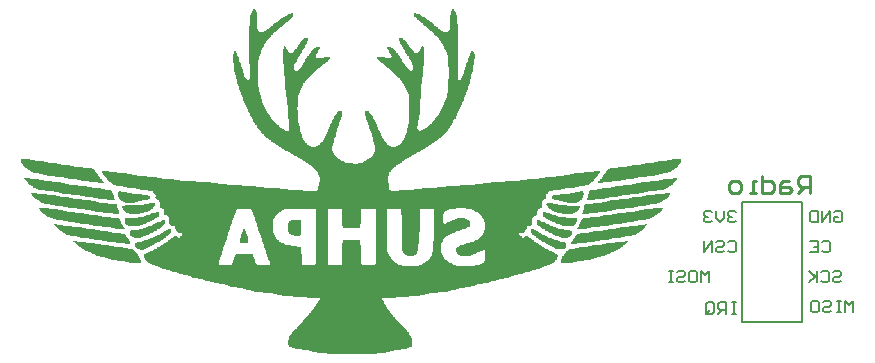
<source format=gbo>
%FSTAX23Y23*%
%MOIN*%
%SFA1B1*%

%IPPOS*%
%ADD13C,0.010000*%
%ADD14C,0.007870*%
%ADD15C,0.008000*%
%LNpod-1*%
%LPD*%
G36*
X01099Y01163D02*
X01101D01*
Y0116*
X01103*
Y01158*
Y01156*
Y01154*
X01105*
Y01152*
Y0115*
Y01148*
Y01146*
Y01143*
Y01141*
Y01139*
Y01137*
Y01135*
Y01133*
Y01131*
Y01128*
Y01126*
Y01124*
Y01122*
Y0112*
Y01118*
Y01116*
Y01113*
Y01111*
Y01109*
X01107*
Y01107*
Y01105*
Y01103*
Y01101*
Y01098*
Y01096*
X01109*
Y01094*
Y01092*
X01111*
Y0109*
X01114*
Y01088*
X01118*
Y01086*
X01126*
Y01088*
X01131*
Y0109*
X01133*
Y01092*
X01137*
Y01094*
X01141*
Y01096*
X01144*
Y01098*
X01146*
Y01101*
X01148*
Y01103*
X01152*
Y01105*
X01154*
Y01107*
X01156*
Y01109*
X01158*
Y01111*
X01161*
Y01113*
X01163*
Y01116*
X01167*
Y01118*
X01169*
Y0112*
X01171*
Y01122*
X01176*
Y01124*
X01178*
Y01126*
X0118*
Y01128*
X01184*
Y01131*
X01186*
Y01133*
X01191*
Y01135*
X01193*
Y01137*
X01197*
Y01139*
X01201*
Y01141*
X01206*
Y01143*
X0121*
Y01146*
X01214*
Y01148*
X01218*
Y0115*
X01225*
Y01148*
X01227*
Y01146*
Y01143*
Y01141*
X01225*
Y01139*
X01223*
Y01137*
Y01135*
X0122*
Y01133*
X01218*
Y01131*
X01216*
Y01128*
X01214*
Y01126*
X01212*
Y01124*
X01208*
Y01122*
X01206*
Y0112*
X01203*
Y01118*
X01201*
Y01116*
X01199*
Y01113*
X01197*
Y01111*
X01193*
Y01109*
X01191*
Y01107*
X01188*
Y01105*
X01184*
Y01103*
X01182*
Y01101*
X0118*
Y01098*
X01178*
Y01096*
X01176*
Y01094*
X01173*
Y01092*
X01171*
Y0109*
X01169*
Y01088*
X01167*
Y01086*
X01163*
Y01084*
X01161*
Y01081*
Y01079*
X01158*
Y01077*
X01154*
Y01075*
X01152*
Y01073*
Y01071*
X0115*
Y01069*
X01148*
Y01066*
X01146*
Y01064*
X01144*
Y01062*
X01141*
Y0106*
X01139*
Y01058*
X01137*
Y01056*
Y01054*
X01135*
Y01051*
X01133*
Y01049*
Y01047*
X01131*
Y01045*
Y01043*
X01129*
Y01041*
Y01039*
X01126*
Y01037*
Y01034*
X01124*
Y01032*
X01122*
Y0103*
Y01028*
Y01026*
X0112*
Y01024*
Y01022*
Y01019*
X01118*
Y01017*
Y01015*
X01116*
Y01013*
Y01011*
Y01009*
Y01007*
X01114*
Y01004*
Y01002*
Y01*
Y00998*
Y00996*
Y00994*
X01111*
Y00992*
Y00989*
Y00987*
Y00985*
Y00983*
Y00981*
Y00979*
Y00977*
Y00975*
Y00972*
Y0097*
X01109*
Y00968*
Y00966*
Y00964*
Y00962*
Y0096*
Y00957*
Y00955*
Y00953*
Y00951*
Y00949*
Y00947*
Y00945*
Y00942*
Y0094*
Y00938*
Y00936*
Y00934*
Y00932*
X01111*
Y0093*
Y00928*
Y00925*
Y00923*
Y00921*
Y00919*
Y00917*
Y00915*
Y00913*
Y0091*
Y00908*
Y00906*
Y00904*
X01114*
Y00902*
Y009*
Y00898*
Y00895*
Y00893*
Y00891*
Y00889*
Y00887*
X01116*
Y00885*
Y00883*
Y00881*
Y00878*
X01118*
Y00876*
Y00874*
Y00872*
Y0087*
X0112*
Y00868*
Y00866*
Y00863*
X01122*
Y00861*
Y00859*
Y00857*
Y00855*
X01124*
Y00853*
Y00851*
X01126*
Y00848*
Y00846*
Y00844*
X01129*
Y00842*
Y0084*
X01131*
Y00838*
Y00836*
X01133*
Y00833*
Y00831*
X01135*
Y00829*
Y00827*
X01137*
Y00825*
Y00823*
X01139*
Y00821*
X01141*
Y00819*
Y00816*
X01144*
Y00814*
X01146*
Y00812*
Y0081*
X01148*
Y00808*
X0115*
Y00806*
Y00804*
X01152*
Y00801*
X01154*
Y00799*
X01156*
Y00797*
Y00795*
X01158*
Y00793*
X01161*
Y00791*
X01163*
Y00789*
X01165*
Y00786*
X01167*
Y00784*
X01169*
Y00782*
X01171*
Y0078*
X01173*
Y00778*
X01176*
Y00776*
X01178*
Y00774*
X0118*
Y00772*
X01182*
Y00769*
X01186*
Y00767*
X01188*
Y00765*
X01193*
Y00763*
X01195*
Y00761*
X01199*
Y00759*
X01212*
Y00761*
Y00763*
X01214*
Y00765*
Y00767*
Y00769*
Y00772*
X01212*
Y00774*
Y00776*
Y00778*
Y0078*
Y00782*
Y00784*
Y00786*
Y00789*
Y00791*
Y00793*
Y00795*
Y00797*
X0121*
Y00799*
Y00801*
Y00804*
Y00806*
Y00808*
Y0081*
Y00812*
Y00814*
Y00816*
Y00819*
Y00821*
X01208*
Y00823*
Y00825*
Y00827*
Y00829*
Y00831*
Y00833*
Y00836*
Y00838*
Y0084*
Y00842*
Y00844*
X01206*
Y00846*
Y00848*
Y00851*
Y00853*
Y00855*
Y00857*
Y00859*
Y00861*
Y00863*
Y00866*
Y00868*
Y0087*
X01203*
Y00872*
Y00874*
Y00876*
Y00878*
Y00881*
Y00883*
Y00885*
Y00887*
Y00889*
Y00891*
Y00893*
Y00895*
X01201*
Y00898*
Y009*
Y00902*
Y00904*
Y00906*
Y00908*
Y0091*
Y00913*
Y00915*
Y00917*
Y00919*
X01199*
Y00921*
Y00923*
Y00925*
Y00928*
Y0093*
Y00932*
Y00934*
Y00936*
Y00938*
Y0094*
X01197*
Y00942*
Y00945*
Y00947*
Y00949*
Y00951*
Y00953*
Y00955*
Y00957*
X01195*
Y0096*
Y00962*
Y00964*
Y00966*
Y00968*
Y0097*
Y00972*
Y00975*
Y00977*
Y00979*
Y00981*
X01193*
Y00983*
Y00985*
Y00987*
Y00989*
Y00992*
Y00994*
Y00996*
Y00998*
Y01*
Y01002*
Y01004*
Y01007*
Y01009*
Y01011*
Y01013*
Y01015*
Y01017*
Y01019*
Y01022*
Y01024*
Y01026*
Y01028*
Y0103*
Y01032*
X01195*
Y01034*
Y01037*
Y01039*
Y01041*
X01201*
Y01039*
Y01037*
X01203*
Y01034*
Y01032*
X01206*
Y0103*
Y01028*
X01208*
Y01026*
X0121*
Y01024*
Y01022*
X01212*
Y01019*
X01214*
Y01017*
X0122*
Y01019*
X01225*
Y01022*
X01229*
Y01024*
X01231*
Y01026*
X01233*
Y01028*
Y0103*
X01235*
Y01032*
X01238*
Y01034*
X0124*
Y01037*
Y01039*
X01242*
Y01041*
X01244*
Y01043*
X01246*
Y01045*
Y01047*
X01248*
Y01049*
X0125*
Y01051*
Y01054*
X01253*
Y01056*
X01255*
Y01058*
X01257*
Y0106*
X01259*
Y01062*
X01261*
Y01064*
X01263*
Y01066*
X01267*
Y01069*
X01274*
Y01066*
X01276*
Y01064*
Y01062*
Y0106*
Y01058*
X01274*
Y01056*
Y01054*
Y01051*
X01272*
Y01049*
Y01047*
X0127*
Y01045*
Y01043*
X01267*
Y01041*
Y01039*
X01265*
Y01037*
Y01034*
X01263*
Y01032*
X01261*
Y0103*
Y01028*
X01259*
Y01026*
X01257*
Y01024*
Y01022*
X01255*
Y01019*
Y01017*
X01253*
Y01015*
X0125*
Y01013*
Y01011*
X01248*
Y01009*
Y01007*
X01246*
Y01004*
X01244*
Y01002*
Y01*
X01242*
Y00998*
Y00996*
X0124*
Y00994*
X01238*
Y00992*
Y00989*
X01235*
Y00987*
Y00985*
X01233*
Y00983*
Y00981*
X01231*
Y00979*
Y00977*
Y00975*
Y00972*
X01229*
Y0097*
Y00968*
Y00966*
X01231*
Y00964*
Y00962*
Y0096*
X01233*
Y00957*
X01242*
Y0096*
X01244*
Y00962*
X01246*
Y00964*
X01248*
Y00966*
X0125*
Y00968*
X01253*
Y0097*
Y00972*
X01255*
Y00975*
X01257*
Y00977*
Y00979*
X01259*
Y00981*
Y00983*
X01261*
Y00985*
X01263*
Y00987*
Y00989*
X01265*
Y00992*
Y00994*
X01267*
Y00996*
X0127*
Y00998*
Y01*
X01272*
Y01002*
Y01004*
X01274*
Y01007*
X01276*
Y01009*
X01278*
Y01011*
Y01013*
X0128*
Y01015*
X01282*
Y01017*
Y01019*
X01285*
Y01022*
X01287*
Y01024*
X01289*
Y01026*
X01291*
Y01028*
X01293*
Y0103*
X01295*
Y01032*
X01297*
Y01034*
X01302*
Y01037*
X01306*
Y01039*
X01315*
Y01037*
Y01034*
Y01032*
Y0103*
X01312*
Y01028*
Y01026*
X0131*
Y01024*
Y01022*
X01308*
Y01019*
Y01017*
X01306*
Y01015*
X01304*
Y01013*
Y01011*
Y01009*
X01302*
Y01007*
Y01004*
Y01002*
X01329*
Y01004*
X01351*
Y01002*
X01353*
Y01*
X01351*
Y00998*
X01349*
Y00996*
X01347*
Y00994*
X01344*
Y00992*
X01342*
Y00989*
X0134*
Y00987*
X01336*
Y00985*
X01334*
Y00983*
X01332*
Y00981*
X01327*
Y00979*
X01325*
Y00977*
X01323*
Y00975*
X01321*
Y00972*
X01319*
Y0097*
X01315*
Y00968*
X01312*
Y00966*
X01308*
Y00964*
X01306*
Y00962*
X01304*
Y0096*
X01302*
Y00957*
X013*
Y00955*
X01297*
Y00953*
X01295*
Y00951*
X01293*
Y00949*
X01291*
Y00947*
X01289*
Y00945*
X01287*
Y00942*
X01285*
Y0094*
X01282*
Y00938*
X0128*
Y00936*
X01278*
Y00934*
X01276*
Y00932*
X01274*
Y0093*
X01272*
Y00928*
X0127*
Y00925*
X01267*
Y00923*
Y00921*
X01265*
Y00919*
X01263*
Y00917*
X01261*
Y00915*
Y00913*
X01259*
Y0091*
Y00908*
X01257*
Y00906*
X01255*
Y00904*
Y00902*
X01253*
Y009*
Y00898*
Y00895*
X0125*
Y00893*
Y00891*
X01248*
Y00889*
Y00887*
Y00885*
Y00883*
X01246*
Y00881*
Y00878*
Y00876*
X01244*
Y00874*
Y00872*
Y0087*
Y00868*
X01242*
Y00866*
Y00863*
Y00861*
Y00859*
Y00857*
Y00855*
Y00853*
Y00851*
Y00848*
Y00846*
Y00844*
Y00842*
Y0084*
Y00838*
X0124*
Y00836*
Y00833*
Y00831*
Y00829*
X01242*
Y00827*
Y00825*
Y00823*
Y00821*
Y00819*
Y00816*
Y00814*
Y00812*
Y0081*
Y00808*
Y00806*
Y00804*
Y00801*
Y00799*
X01244*
Y00797*
Y00795*
Y00793*
Y00791*
Y00789*
Y00786*
Y00784*
X01246*
Y00782*
Y0078*
Y00778*
Y00776*
Y00774*
X01248*
Y00772*
Y00769*
Y00767*
Y00765*
Y00763*
Y00761*
X0125*
Y00759*
Y00757*
Y00754*
X01253*
Y00752*
Y0075*
Y00748*
X01255*
Y00746*
Y00744*
Y00742*
X01257*
Y00739*
Y00737*
Y00735*
X01259*
Y00733*
Y00731*
X01261*
Y00729*
X01263*
Y00727*
Y00725*
X01265*
Y00722*
Y0072*
X01267*
Y00718*
X0127*
Y00716*
X01272*
Y00714*
X01274*
Y00712*
X01276*
Y0071*
X0128*
Y00707*
X01285*
Y00705*
X01304*
Y00707*
X01308*
Y0071*
X01312*
Y00712*
X01315*
Y00714*
X01317*
Y00716*
X01319*
Y00718*
X01321*
Y0072*
X01323*
Y00722*
X01325*
Y00725*
Y00727*
X01327*
Y00729*
X01329*
Y00731*
Y00733*
X01332*
Y00735*
Y00737*
X01334*
Y00739*
Y00742*
X01336*
Y00744*
Y00746*
X01338*
Y00748*
Y0075*
X0134*
Y00752*
Y00754*
X01342*
Y00757*
Y00759*
Y00761*
X01344*
Y00763*
Y00765*
X01347*
Y00767*
Y00769*
Y00772*
X01349*
Y00774*
Y00776*
X01351*
Y00778*
Y0078*
X01353*
Y00782*
Y00784*
X01355*
Y00786*
Y00789*
Y00791*
X01357*
Y00793*
Y00795*
X01359*
Y00797*
X01362*
Y00799*
Y00801*
X01364*
Y00804*
Y00806*
X01366*
Y00808*
Y0081*
X01368*
Y00812*
X0137*
Y00814*
X01372*
Y00816*
Y00819*
X01374*
Y00821*
X01376*
Y00823*
X01381*
Y00825*
X01387*
Y00823*
X01389*
Y00821*
Y00819*
X01391*
Y00816*
Y00814*
Y00812*
X01389*
Y0081*
Y00808*
Y00806*
Y00804*
X01387*
Y00801*
Y00799*
Y00797*
X01385*
Y00795*
Y00793*
X01383*
Y00791*
Y00789*
Y00786*
X01381*
Y00784*
Y00782*
Y0078*
X01379*
Y00778*
Y00776*
Y00774*
X01376*
Y00772*
Y00769*
Y00767*
X01374*
Y00765*
Y00763*
Y00761*
X01372*
Y00759*
Y00757*
Y00754*
X0137*
Y00752*
Y0075*
Y00748*
X01368*
Y00746*
Y00744*
Y00742*
Y00739*
X01366*
Y00737*
Y00735*
Y00733*
X01364*
Y00731*
Y00729*
Y00727*
X01362*
Y00725*
Y00722*
Y0072*
Y00718*
X01359*
Y00716*
Y00714*
Y00712*
Y0071*
Y00707*
X01357*
Y00705*
Y00703*
Y00701*
Y00699*
Y00697*
Y00695*
Y00692*
Y0069*
X01359*
Y00688*
Y00686*
Y00684*
X01362*
Y00682*
Y0068*
X01364*
Y00677*
X01366*
Y00675*
X01368*
Y00673*
X0137*
Y00671*
X01372*
Y00669*
X01374*
Y00667*
X01376*
Y00665*
X01381*
Y00663*
X01383*
Y0066*
X01387*
Y00658*
X01391*
Y00656*
X01396*
Y00654*
X014*
Y00652*
X01406*
Y0065*
X01426*
Y00648*
X01443*
Y0065*
X01451*
Y00652*
X01458*
Y00654*
X01462*
Y00656*
X01466*
Y00658*
X01471*
Y0066*
X01473*
Y00663*
X01477*
Y00665*
X01479*
Y00667*
X01483*
Y00669*
X01485*
Y00671*
X01488*
Y00673*
X0149*
Y00675*
X01492*
Y00677*
Y0068*
X01494*
Y00682*
X01496*
Y00684*
Y00686*
Y00688*
X01498*
Y0069*
Y00692*
Y00695*
Y00697*
Y00699*
Y00701*
Y00703*
Y00705*
Y00707*
Y0071*
Y00712*
X01496*
Y00714*
Y00716*
Y00718*
Y0072*
X01494*
Y00722*
Y00725*
Y00727*
Y00729*
X01492*
Y00731*
Y00733*
Y00735*
Y00737*
X0149*
Y00739*
Y00742*
Y00744*
X01488*
Y00746*
Y00748*
Y0075*
X01485*
Y00752*
Y00754*
Y00757*
X01483*
Y00759*
Y00761*
Y00763*
X01481*
Y00765*
Y00767*
Y00769*
X01479*
Y00772*
Y00774*
Y00776*
X01477*
Y00778*
Y0078*
Y00782*
X01475*
Y00784*
Y00786*
Y00789*
X01473*
Y00791*
Y00793*
X01471*
Y00795*
Y00797*
Y00799*
X01468*
Y00801*
Y00804*
Y00806*
Y00808*
X01466*
Y0081*
Y00812*
Y00814*
Y00816*
Y00819*
Y00821*
Y00823*
X01468*
Y00825*
X01477*
Y00823*
X01479*
Y00821*
X01481*
Y00819*
X01483*
Y00816*
Y00814*
X01485*
Y00812*
X01488*
Y0081*
X0149*
Y00808*
Y00806*
X01492*
Y00804*
Y00801*
X01494*
Y00799*
X01496*
Y00797*
Y00795*
X01498*
Y00793*
Y00791*
X015*
Y00789*
Y00786*
X01503*
Y00784*
Y00782*
X01505*
Y0078*
Y00778*
Y00776*
X01507*
Y00774*
Y00772*
X01509*
Y00769*
Y00767*
X01511*
Y00765*
Y00763*
Y00761*
X01513*
Y00759*
Y00757*
X01515*
Y00754*
Y00752*
X01518*
Y0075*
Y00748*
Y00746*
X0152*
Y00744*
Y00742*
X01522*
Y00739*
Y00737*
X01524*
Y00735*
X01526*
Y00733*
Y00731*
X01528*
Y00729*
Y00727*
X0153*
Y00725*
X01532*
Y00722*
X01535*
Y0072*
Y00718*
X01537*
Y00716*
X01539*
Y00714*
X01541*
Y00712*
X01545*
Y0071*
X01547*
Y00707*
X01552*
Y00705*
X01571*
Y00707*
X01575*
Y0071*
X0158*
Y00712*
X01582*
Y00714*
X01586*
Y00716*
Y00718*
X01588*
Y0072*
X0159*
Y00722*
Y00725*
X01592*
Y00727*
X01594*
Y00729*
X01597*
Y00731*
Y00733*
X01599*
Y00735*
Y00737*
Y00739*
X01601*
Y00742*
Y00744*
X01603*
Y00746*
Y00748*
Y0075*
Y00752*
X01605*
Y00754*
Y00757*
Y00759*
X01607*
Y00761*
Y00763*
Y00765*
Y00767*
Y00769*
X01609*
Y00772*
Y00774*
Y00776*
Y00778*
Y0078*
X01612*
Y00782*
Y00784*
Y00786*
Y00789*
Y00791*
Y00793*
Y00795*
X01614*
Y00797*
Y00799*
Y00801*
Y00804*
Y00806*
Y00808*
Y0081*
Y00812*
Y00814*
Y00816*
Y00819*
Y00821*
Y00823*
Y00825*
Y00827*
Y00829*
Y00831*
Y00833*
Y00836*
Y00838*
Y0084*
Y00842*
Y00844*
Y00846*
Y00848*
Y00851*
Y00853*
Y00855*
Y00857*
Y00859*
Y00861*
Y00863*
Y00866*
Y00868*
Y0087*
X01612*
Y00872*
Y00874*
Y00876*
Y00878*
Y00881*
X01609*
Y00883*
Y00885*
Y00887*
X01607*
Y00889*
Y00891*
X01605*
Y00893*
Y00895*
X01603*
Y00898*
Y009*
X01601*
Y00902*
Y00904*
X01599*
Y00906*
Y00908*
X01597*
Y0091*
Y00913*
X01594*
Y00915*
X01592*
Y00917*
Y00919*
X0159*
Y00921*
X01588*
Y00923*
Y00925*
X01586*
Y00928*
X01584*
Y0093*
Y00932*
X01582*
Y00934*
X01577*
Y00936*
X01575*
Y00938*
X01573*
Y0094*
X01571*
Y00942*
X01569*
Y00945*
X01567*
Y00947*
X01565*
Y00949*
X01562*
Y00951*
X0156*
Y00953*
X01558*
Y00955*
X01556*
Y00957*
X01554*
Y0096*
X01552*
Y00962*
X0155*
Y00964*
X01547*
Y00966*
X01543*
Y00968*
X01541*
Y0097*
X01539*
Y00972*
X01537*
Y00975*
X01532*
Y00977*
X0153*
Y00979*
X01528*
Y00981*
X01526*
Y00983*
X01522*
Y00985*
X0152*
Y00987*
X01518*
Y00989*
X01515*
Y00992*
X01513*
Y00994*
X01511*
Y00996*
X01509*
Y00998*
X01507*
Y01*
X01505*
Y01002*
Y01004*
X01532*
Y01002*
X01552*
Y01004*
X01556*
Y01007*
X01554*
Y01009*
Y01011*
X01552*
Y01013*
Y01015*
X0155*
Y01017*
Y01019*
X01547*
Y01022*
X01545*
Y01024*
Y01026*
X01543*
Y01028*
Y0103*
X01541*
Y01032*
Y01034*
Y01037*
X01543*
Y01039*
X01547*
Y01037*
X01554*
Y01034*
X01558*
Y01032*
X0156*
Y0103*
X01562*
Y01028*
X01565*
Y01026*
X01567*
Y01024*
X01569*
Y01022*
X01571*
Y01019*
X01573*
Y01017*
X01575*
Y01015*
Y01013*
X01577*
Y01011*
X0158*
Y01009*
Y01007*
X01582*
Y01004*
X01584*
Y01002*
Y01*
X01586*
Y00998*
X01588*
Y00996*
Y00994*
X0159*
Y00992*
Y00989*
X01592*
Y00987*
X01594*
Y00985*
Y00983*
X01597*
Y00981*
X01599*
Y00979*
Y00977*
X01601*
Y00975*
X01603*
Y00972*
Y0097*
X01605*
Y00968*
X01607*
Y00966*
X01609*
Y00964*
X01612*
Y00962*
X01614*
Y0096*
X01616*
Y00957*
X01622*
Y0096*
X01624*
Y00962*
X01627*
Y00964*
Y00966*
Y00968*
Y0097*
Y00972*
Y00975*
Y00977*
X01624*
Y00979*
Y00981*
Y00983*
X01622*
Y00985*
Y00987*
X0162*
Y00989*
Y00992*
X01618*
Y00994*
X01616*
Y00996*
Y00998*
X01614*
Y01*
Y01002*
X01612*
Y01004*
Y01007*
X01609*
Y01009*
X01607*
Y01011*
Y01013*
X01605*
Y01015*
X01603*
Y01017*
Y01019*
X01601*
Y01022*
Y01024*
X01599*
Y01026*
X01597*
Y01028*
Y0103*
X01594*
Y01032*
X01592*
Y01034*
Y01037*
X0159*
Y01039*
Y01041*
X01588*
Y01043*
Y01045*
X01586*
Y01047*
X01584*
Y01049*
Y01051*
X01582*
Y01054*
Y01056*
Y01058*
X0158*
Y0106*
Y01062*
Y01064*
Y01066*
X01582*
Y01069*
X01588*
Y01066*
X01592*
Y01064*
X01594*
Y01062*
X01597*
Y0106*
X01599*
Y01058*
X01601*
Y01056*
X01603*
Y01054*
X01605*
Y01051*
X01607*
Y01049*
Y01047*
X01609*
Y01045*
X01612*
Y01043*
Y01041*
X01614*
Y01039*
X01616*
Y01037*
Y01034*
X01618*
Y01032*
X0162*
Y0103*
X01622*
Y01028*
X01624*
Y01026*
X01627*
Y01024*
X01629*
Y01022*
X01631*
Y01019*
X01635*
Y01017*
X01641*
Y01019*
X01644*
Y01022*
X01646*
Y01024*
X01648*
Y01026*
Y01028*
X0165*
Y0103*
Y01032*
X01652*
Y01034*
Y01037*
X01654*
Y01039*
X01656*
Y01041*
X01659*
Y01043*
X01661*
Y01041*
Y01039*
Y01037*
X01663*
Y01034*
Y01032*
Y0103*
Y01028*
Y01026*
Y01024*
Y01022*
Y01019*
Y01017*
Y01015*
Y01013*
Y01011*
Y01009*
Y01007*
Y01004*
Y01002*
Y01*
Y00998*
Y00996*
Y00994*
Y00992*
Y00989*
Y00987*
Y00985*
Y00983*
Y00981*
Y00979*
Y00977*
Y00975*
X01661*
Y00972*
Y0097*
Y00968*
Y00966*
Y00964*
Y00962*
Y0096*
Y00957*
Y00955*
Y00953*
X01659*
Y00951*
Y00949*
Y00947*
Y00945*
Y00942*
Y0094*
Y00938*
Y00936*
X01656*
Y00934*
Y00932*
Y0093*
Y00928*
Y00925*
Y00923*
Y00921*
Y00919*
Y00917*
Y00915*
Y00913*
X01654*
Y0091*
Y00908*
Y00906*
Y00904*
Y00902*
Y009*
Y00898*
Y00895*
Y00893*
Y00891*
Y00889*
Y00887*
X01652*
Y00885*
Y00883*
Y00881*
Y00878*
Y00876*
Y00874*
Y00872*
Y0087*
Y00868*
Y00866*
Y00863*
X0165*
Y00861*
Y00859*
Y00857*
Y00855*
Y00853*
Y00851*
Y00848*
Y00846*
Y00844*
Y00842*
Y0084*
Y00838*
X01648*
Y00836*
Y00833*
Y00831*
Y00829*
Y00827*
Y00825*
Y00823*
Y00821*
Y00819*
Y00816*
Y00814*
Y00812*
X01646*
Y0081*
Y00808*
Y00806*
Y00804*
Y00801*
Y00799*
Y00797*
Y00795*
Y00793*
X01644*
Y00791*
Y00789*
Y00786*
Y00784*
Y00782*
Y0078*
Y00778*
Y00776*
Y00774*
X01641*
Y00772*
Y00769*
Y00767*
Y00765*
X01644*
Y00763*
Y00761*
X01646*
Y00759*
X01654*
Y00761*
X01661*
Y00763*
X01665*
Y00765*
X01667*
Y00767*
X01671*
Y00769*
X01674*
Y00772*
X01676*
Y00774*
X0168*
Y00776*
X01682*
Y00778*
X01684*
Y0078*
X01686*
Y00782*
X01688*
Y00784*
X01691*
Y00786*
X01693*
Y00789*
Y00791*
X01695*
Y00793*
X01697*
Y00795*
X01699*
Y00797*
X01701*
Y00799*
Y00801*
X01703*
Y00804*
X01706*
Y00806*
X01708*
Y00808*
Y0081*
X0171*
Y00812*
X01712*
Y00814*
Y00816*
X01714*
Y00819*
X01716*
Y00821*
Y00823*
X01718*
Y00825*
Y00827*
X01721*
Y00829*
Y00831*
X01723*
Y00833*
Y00836*
X01725*
Y00838*
Y0084*
X01727*
Y00842*
Y00844*
X01729*
Y00846*
Y00848*
Y00851*
X01731*
Y00853*
Y00855*
X01733*
Y00857*
Y00859*
Y00861*
X01736*
Y00863*
Y00866*
Y00868*
X01738*
Y0087*
Y00872*
Y00874*
X0174*
Y00876*
Y00878*
Y00881*
Y00883*
Y00885*
X01742*
Y00887*
Y00889*
Y00891*
Y00893*
Y00895*
Y00898*
X01744*
Y009*
Y00902*
Y00904*
Y00906*
Y00908*
Y0091*
Y00913*
Y00915*
Y00917*
Y00919*
Y00921*
Y00923*
Y00925*
Y00928*
Y0093*
X01746*
Y00932*
Y00934*
Y00936*
Y00938*
Y0094*
Y00942*
Y00945*
Y00947*
Y00949*
Y00951*
Y00953*
Y00955*
Y00957*
Y0096*
Y00962*
Y00964*
Y00966*
Y00968*
Y0097*
Y00972*
X01744*
Y00975*
Y00977*
Y00979*
Y00981*
Y00983*
Y00985*
Y00987*
Y00989*
Y00992*
Y00994*
Y00996*
Y00998*
Y01*
X01742*
Y01002*
Y01004*
Y01007*
Y01009*
Y01011*
X0174*
Y01013*
Y01015*
Y01017*
X01738*
Y01019*
Y01022*
X01736*
Y01024*
Y01026*
Y01028*
X01733*
Y0103*
Y01032*
X01731*
Y01034*
Y01037*
X01729*
Y01039*
Y01041*
X01727*
Y01043*
Y01045*
X01725*
Y01047*
X01723*
Y01049*
Y01051*
X01721*
Y01054*
X01718*
Y01056*
Y01058*
X01716*
Y0106*
X01714*
Y01062*
Y01064*
X01712*
Y01066*
X0171*
Y01069*
X01708*
Y01071*
X01706*
Y01073*
X01703*
Y01075*
X01701*
Y01077*
X01699*
Y01079*
X01697*
Y01081*
X01695*
Y01084*
X01693*
Y01086*
X01691*
Y01088*
X01688*
Y0109*
X01686*
Y01092*
X01682*
Y01094*
X0168*
Y01096*
X01678*
Y01098*
X01676*
Y01101*
X01674*
Y01103*
X01671*
Y01105*
X01669*
Y01107*
X01665*
Y01109*
X01663*
Y01111*
X01661*
Y01113*
X01659*
Y01116*
X01656*
Y01118*
X01652*
Y0112*
X0165*
Y01122*
X01648*
Y01124*
X01646*
Y01126*
X01644*
Y01128*
X01641*
Y01131*
X01639*
Y01133*
X01637*
Y01135*
X01635*
Y01137*
X01633*
Y01139*
X01631*
Y01141*
X01629*
Y01143*
Y01146*
Y01148*
X01631*
Y0115*
X01637*
Y01148*
X01644*
Y01146*
X01648*
Y01143*
X01652*
Y01141*
X01656*
Y01139*
X01661*
Y01137*
X01665*
Y01135*
X01667*
Y01133*
X01671*
Y01131*
X01674*
Y01128*
X01676*
Y01126*
X0168*
Y01124*
X01682*
Y01122*
X01684*
Y0112*
X01688*
Y01118*
X01691*
Y01116*
X01693*
Y01113*
X01695*
Y01111*
X01697*
Y01109*
X01701*
Y01107*
X01703*
Y01105*
X01706*
Y01103*
X01708*
Y01101*
X0171*
Y01098*
X01714*
Y01096*
X01716*
Y01094*
X01718*
Y01092*
X01721*
Y0109*
X01725*
Y01088*
X01729*
Y01086*
X01738*
Y01088*
X01742*
Y0109*
X01744*
Y01092*
X01746*
Y01094*
X01748*
Y01096*
X0175*
Y01098*
Y01101*
Y01103*
Y01105*
Y01107*
Y01109*
Y01111*
Y01113*
Y01116*
Y01118*
Y0112*
Y01122*
Y01124*
Y01126*
Y01128*
Y01131*
Y01133*
Y01135*
Y01137*
Y01139*
Y01141*
Y01143*
X01753*
Y01146*
Y01148*
Y0115*
Y01152*
Y01154*
Y01156*
Y01158*
X01755*
Y0116*
X01757*
Y01163*
X01763*
Y0116*
Y01158*
X01765*
Y01156*
Y01154*
X01768*
Y01152*
Y0115*
X0177*
Y01148*
Y01146*
Y01143*
X01772*
Y01141*
Y01139*
Y01137*
Y01135*
Y01133*
X01774*
Y01131*
Y01128*
Y01126*
Y01124*
Y01122*
Y0112*
Y01118*
Y01116*
Y01113*
X01776*
Y01111*
Y01109*
Y01107*
Y01105*
Y01103*
Y01101*
Y01098*
Y01096*
Y01094*
Y01092*
Y0109*
Y01088*
Y01086*
Y01084*
Y01081*
Y01079*
Y01077*
Y01075*
Y01073*
Y01071*
Y01069*
Y01066*
Y01064*
Y01062*
Y0106*
Y01058*
Y01056*
Y01054*
Y01051*
Y01049*
Y01047*
Y01045*
Y01043*
Y01041*
Y01039*
Y01037*
Y01034*
Y01032*
Y0103*
Y01028*
Y01026*
Y01024*
Y01022*
Y01019*
Y01017*
Y01015*
Y01013*
Y01011*
Y01009*
Y01007*
Y01004*
Y01002*
Y01*
Y00998*
Y00996*
Y00994*
Y00992*
Y00989*
Y00987*
Y00985*
Y00983*
Y00981*
Y00979*
Y00977*
Y00975*
Y00972*
Y0097*
Y00968*
Y00966*
Y00964*
Y00962*
Y0096*
Y00957*
Y00955*
Y00953*
Y00951*
Y00949*
Y00947*
Y00945*
Y00942*
Y0094*
Y00938*
Y00936*
Y00934*
Y00932*
Y0093*
Y00928*
X01778*
Y00925*
X0178*
Y00928*
X01785*
Y0093*
X01787*
Y00932*
Y00934*
X01789*
Y00936*
X01791*
Y00938*
Y0094*
Y00942*
X01793*
Y00945*
Y00947*
Y00949*
X01795*
Y00951*
Y00953*
Y00955*
X01797*
Y00957*
Y0096*
Y00962*
X018*
Y00964*
Y00966*
Y00968*
Y0097*
X01802*
Y00972*
Y00975*
Y00977*
X01804*
Y00979*
Y00981*
Y00983*
X01806*
Y00985*
Y00987*
Y00989*
X01808*
Y00992*
Y00994*
Y00996*
X0181*
Y00998*
Y01*
Y01002*
X01812*
Y01004*
Y01007*
X01815*
Y01009*
Y01011*
Y01013*
X01817*
Y01015*
Y01017*
X01819*
Y01019*
Y01022*
X01821*
Y01024*
X01827*
Y01022*
X0183*
Y01019*
Y01017*
Y01015*
X01832*
Y01013*
Y01011*
Y01009*
Y01007*
Y01004*
Y01002*
Y01*
Y00998*
X0183*
Y00996*
Y00994*
Y00992*
Y00989*
Y00987*
Y00985*
Y00983*
Y00981*
Y00979*
X01827*
Y00977*
Y00975*
Y00972*
Y0097*
Y00968*
Y00966*
X01825*
Y00964*
Y00962*
Y0096*
Y00957*
Y00955*
X01823*
Y00953*
Y00951*
Y00949*
Y00947*
X01821*
Y00945*
Y00942*
Y0094*
Y00938*
X01819*
Y00936*
Y00934*
Y00932*
Y0093*
X01817*
Y00928*
Y00925*
Y00923*
Y00921*
X01815*
Y00919*
Y00917*
Y00915*
X01812*
Y00913*
Y0091*
Y00908*
X0181*
Y00906*
Y00904*
Y00902*
Y009*
X01808*
Y00898*
Y00895*
Y00893*
X01806*
Y00891*
Y00889*
Y00887*
X01804*
Y00885*
Y00883*
X01802*
Y00881*
Y00878*
Y00876*
X018*
Y00874*
Y00872*
Y0087*
X01797*
Y00868*
Y00866*
X01795*
Y00863*
Y00861*
Y00859*
X01793*
Y00857*
Y00855*
X01791*
Y00853*
Y00851*
Y00848*
X01789*
Y00846*
Y00844*
X01787*
Y00842*
Y0084*
X01785*
Y00838*
Y00836*
X01783*
Y00833*
Y00831*
X0178*
Y00829*
Y00827*
X01778*
Y00825*
Y00823*
X01776*
Y00821*
Y00819*
Y00816*
X01774*
Y00814*
Y00812*
X01772*
Y0081*
Y00808*
X0177*
Y00806*
Y00804*
X01768*
Y00801*
Y00799*
X01765*
Y00797*
X01763*
Y00795*
Y00793*
X01761*
Y00791*
Y00789*
X01759*
Y00786*
Y00784*
X01757*
Y00782*
X01755*
Y0078*
Y00778*
X01753*
Y00776*
Y00774*
X0175*
Y00772*
X01748*
Y00769*
Y00767*
X01746*
Y00765*
X01744*
Y00763*
X01742*
Y00761*
Y00759*
X0174*
Y00757*
X01738*
Y00754*
X01736*
Y00752*
X01733*
Y0075*
Y00748*
X01731*
Y00746*
X01729*
Y00744*
X01727*
Y00742*
X01723*
Y00739*
X01721*
Y00737*
X01718*
Y00735*
X01716*
Y00733*
X01714*
Y00731*
X0171*
Y00729*
X01708*
Y00727*
X01706*
Y00725*
X01701*
Y00722*
X01699*
Y0072*
X01697*
Y00718*
X01693*
Y00716*
X01691*
Y00714*
X01686*
Y00712*
X01682*
Y0071*
X0168*
Y00707*
X01676*
Y00705*
X01671*
Y00703*
X01669*
Y00701*
X01665*
Y00699*
X01663*
Y00697*
X01659*
Y00695*
X01654*
Y00692*
X01652*
Y0069*
X01648*
Y00688*
X01644*
Y00686*
X01639*
Y00684*
X01637*
Y00682*
X01633*
Y0068*
X01629*
Y00677*
X01624*
Y00675*
X01622*
Y00673*
X01618*
Y00671*
X01614*
Y00669*
X01612*
Y00667*
X01607*
Y00665*
X01603*
Y00663*
X01601*
Y0066*
X01597*
Y00658*
X01594*
Y00656*
X0159*
Y00654*
X01588*
Y00652*
X01584*
Y0065*
X01582*
Y00648*
X01577*
Y00645*
X01575*
Y00643*
X01571*
Y00641*
X01569*
Y00639*
X01565*
Y00637*
X01562*
Y00635*
X0156*
Y00633*
X01558*
Y0063*
X01556*
Y00628*
X01554*
Y00626*
X01552*
Y00624*
Y00622*
X0155*
Y0062*
X01547*
Y00618*
Y00616*
X01545*
Y00613*
Y00611*
Y00609*
Y00607*
X01543*
Y00605*
Y00603*
Y00601*
Y00598*
Y00596*
Y00594*
Y00592*
Y0059*
Y00588*
Y00586*
Y00583*
X01545*
Y00581*
Y00579*
Y00577*
Y00575*
Y00573*
Y00571*
Y00568*
X01547*
Y00566*
Y00564*
Y00562*
X0155*
Y0056*
X01552*
Y00558*
X0158*
Y0056*
X01603*
Y00562*
X01631*
Y00564*
X01656*
Y00566*
X0168*
Y00568*
X01706*
Y00571*
X01736*
Y00573*
X01757*
Y00575*
X01783*
Y00577*
X01808*
Y00579*
X01832*
Y00581*
X01859*
Y00583*
X01885*
Y00586*
X01909*
Y00588*
X01934*
Y0059*
X01958*
Y00592*
X01983*
Y00594*
X02005*
Y00596*
X02028*
Y00598*
X02045*
Y00601*
X02065*
Y00603*
X02082*
Y00605*
X02103*
Y00607*
X02116*
Y00609*
X02131*
Y00611*
X0215*
Y00613*
X02163*
Y00616*
X0218*
Y00618*
X02195*
Y0062*
X0221*
Y00622*
X02229*
Y00624*
X02248*
Y00622*
Y0062*
Y00618*
X02246*
Y00616*
Y00613*
X02244*
Y00611*
X02242*
Y00609*
X0224*
Y00607*
Y00605*
X02238*
Y00603*
X02236*
Y00601*
X02233*
Y00598*
X02231*
Y00596*
X02229*
Y00594*
Y00592*
X02227*
Y0059*
X02225*
Y00588*
X02221*
Y00586*
X02218*
Y00583*
X02216*
Y00581*
X02212*
Y00579*
X02208*
Y00577*
X02201*
Y00575*
X02191*
Y00573*
X02178*
Y00571*
X02165*
Y00568*
X0215*
Y00566*
X02133*
Y00564*
X0212*
Y00562*
X02107*
Y0056*
X02092*
Y00558*
X02084*
Y00556*
X0208*
Y00554*
X02075*
Y00551*
Y00549*
X02073*
Y00547*
X02071*
Y00545*
X02069*
Y00543*
Y00541*
Y00539*
X02071*
Y00536*
X02069*
Y00534*
Y00532*
X02065*
Y0053*
X02062*
Y00528*
X0206*
Y00526*
X02058*
Y00524*
X02056*
Y00521*
Y00519*
Y00517*
Y00515*
Y00513*
Y00511*
Y00509*
Y00507*
Y00504*
Y00502*
X02052*
Y005*
X02048*
Y00498*
X02045*
Y00496*
X02043*
Y00494*
Y00492*
X02041*
Y00489*
Y00487*
Y00485*
Y00483*
Y00481*
Y00479*
X02039*
Y00477*
X02035*
Y00474*
X0203*
Y00472*
X02028*
Y0047*
X02026*
Y00468*
Y00466*
X02024*
Y00464*
Y00462*
Y0046*
Y00457*
Y00455*
Y00453*
Y00451*
Y00449*
Y00447*
X02022*
Y00445*
X02018*
Y00442*
X02011*
Y0044*
X02007*
Y00438*
Y00436*
X02005*
Y00434*
Y00432*
X02003*
Y0043*
Y00427*
X02001*
Y00425*
Y00423*
X01998*
Y00421*
X01996*
Y00419*
X0199*
Y00417*
X01981*
Y00415*
Y00412*
Y0041*
X01983*
Y00408*
X01986*
Y00406*
X01988*
Y00404*
X0199*
Y00402*
X01992*
Y004*
X01994*
Y00402*
X01996*
Y00404*
X01998*
Y00406*
X02009*
Y00404*
X02013*
Y00402*
X02015*
Y004*
X0202*
Y00398*
X02022*
Y00395*
X02026*
Y00393*
X02028*
Y00391*
X0203*
Y00389*
X02033*
Y00387*
X02035*
Y00385*
X02039*
Y00383*
X02043*
Y0038*
X02045*
Y00378*
X02048*
Y00376*
X02052*
Y00374*
X02056*
Y00372*
X0206*
Y0037*
X02062*
Y00368*
X02067*
Y00365*
X02071*
Y00363*
X02075*
Y00361*
X0208*
Y00359*
X02084*
Y00357*
X02088*
Y00355*
X02092*
Y00353*
X02097*
Y00351*
X02101*
Y00348*
X02105*
Y00346*
X02107*
Y00344*
X02109*
Y00342*
Y0034*
Y00338*
X02107*
Y00336*
Y00333*
X02105*
Y00331*
Y00329*
X02103*
Y00327*
X02101*
Y00325*
Y00323*
X02099*
Y00321*
X02097*
Y00318*
X02092*
Y00316*
X02088*
Y00314*
X02084*
Y00312*
X0208*
Y0031*
X02073*
Y00308*
X02067*
Y00306*
X02062*
Y00303*
X02056*
Y00301*
X0205*
Y00299*
X02043*
Y00297*
X02037*
Y00295*
X02028*
Y00293*
X02022*
Y00291*
X02015*
Y00289*
X02007*
Y00286*
X02001*
Y00284*
X01992*
Y00282*
X01986*
Y0028*
X01977*
Y00278*
X01971*
Y00276*
X01962*
Y00274*
X01953*
Y00271*
X01947*
Y00269*
X01939*
Y00267*
X0193*
Y00265*
X01921*
Y00263*
X01913*
Y00261*
X01904*
Y00259*
X01896*
Y00256*
X01887*
Y00254*
X01879*
Y00252*
X0187*
Y0025*
X01859*
Y00248*
X01851*
Y00246*
X0184*
Y00244*
X01832*
Y00242*
X01821*
Y00239*
X0181*
Y00237*
X018*
Y00235*
X01789*
Y00233*
X01778*
Y00231*
X0177*
Y00229*
X01759*
Y00227*
X01753*
Y00224*
X01742*
Y00222*
X01725*
Y0022*
X01708*
Y00218*
X01693*
Y00216*
X01678*
Y00214*
X01665*
Y00212*
X01648*
Y00209*
X01631*
Y00207*
X01614*
Y00205*
X01592*
Y00203*
X01571*
Y00201*
X01522*
Y00199*
X01524*
Y00197*
Y00195*
X01526*
Y00192*
Y0019*
X01528*
Y00188*
Y00186*
X0153*
Y00184*
Y00182*
X01532*
Y0018*
Y00177*
X01535*
Y00175*
X01537*
Y00173*
Y00171*
X01539*
Y00169*
X01541*
Y00167*
Y00165*
X01543*
Y00162*
X01545*
Y0016*
Y00158*
X01547*
Y00156*
X0155*
Y00154*
Y00152*
X01552*
Y0015*
X01554*
Y00147*
X01556*
Y00145*
X01558*
Y00143*
Y00141*
X0156*
Y00139*
X01562*
Y00137*
X01565*
Y00135*
X01567*
Y00133*
Y0013*
X01569*
Y00128*
X01571*
Y00126*
X01573*
Y00124*
X01575*
Y00122*
X01577*
Y0012*
X0158*
Y00118*
X01582*
Y00115*
X01584*
Y00113*
X01586*
Y00111*
X01588*
Y00109*
X0159*
Y00107*
X01592*
Y00105*
X01594*
Y00103*
X01597*
Y001*
X01599*
Y00098*
X01601*
Y00096*
X01603*
Y00094*
X01605*
Y00092*
Y0009*
X01607*
Y00088*
X01609*
Y00086*
X01612*
Y00083*
Y00081*
X01614*
Y00079*
X01616*
Y00077*
Y00075*
X01618*
Y00073*
X0162*
Y00071*
Y00068*
X01622*
Y00066*
Y00064*
Y00062*
X01624*
Y0006*
Y00058*
Y00056*
Y00053*
Y00051*
Y00049*
Y00047*
Y00045*
Y00043*
Y00041*
X01622*
Y00038*
X0162*
Y00036*
X01614*
Y00034*
X01605*
Y00032*
X01597*
Y0003*
X01586*
Y00028*
X01575*
Y00026*
X01562*
Y00024*
X0155*
Y00021*
X01537*
Y00019*
X01522*
Y00017*
X01505*
Y00015*
X01483*
Y00013*
X01364*
Y00015*
X01338*
Y00017*
X01321*
Y00019*
X01306*
Y00021*
X01291*
Y00024*
X01278*
Y00026*
X01267*
Y00028*
X01255*
Y0003*
X01244*
Y00032*
X01233*
Y00034*
X01223*
Y00036*
X01218*
Y00038*
X01214*
Y00041*
X01212*
Y00043*
X0121*
Y00045*
Y00047*
Y00049*
Y00051*
Y00053*
Y00056*
Y00058*
Y0006*
Y00062*
X01212*
Y00064*
Y00066*
Y00068*
X01214*
Y00071*
Y00073*
X01216*
Y00075*
Y00077*
X01218*
Y00079*
X0122*
Y00081*
X01223*
Y00083*
Y00086*
X01225*
Y00088*
X01227*
Y0009*
X01229*
Y00092*
X01231*
Y00094*
X01233*
Y00096*
X01235*
Y00098*
X01238*
Y001*
Y00103*
X0124*
Y00105*
X01242*
Y00107*
X01244*
Y00109*
X01246*
Y00111*
X01248*
Y00113*
X0125*
Y00115*
X01253*
Y00118*
X01255*
Y0012*
X01257*
Y00122*
X01259*
Y00124*
X01261*
Y00126*
Y00128*
X01263*
Y0013*
X01265*
Y00133*
X01267*
Y00135*
X0127*
Y00137*
X01272*
Y00139*
X01274*
Y00141*
X01276*
Y00143*
X01278*
Y00145*
X0128*
Y00147*
Y0015*
X01282*
Y00152*
X01285*
Y00154*
X01287*
Y00156*
X01289*
Y00158*
Y0016*
X01291*
Y00162*
X01293*
Y00165*
X01295*
Y00167*
Y00169*
X01297*
Y00171*
X013*
Y00173*
X01302*
Y00175*
X01304*
Y00177*
Y0018*
X01306*
Y00182*
Y00184*
X01308*
Y00186*
X0131*
Y00188*
Y0019*
X01312*
Y00192*
Y00195*
X01315*
Y00197*
Y00199*
Y00201*
X01274*
Y00203*
X01244*
Y00205*
X01225*
Y00207*
X01206*
Y00209*
X01188*
Y00212*
X01173*
Y00214*
X01158*
Y00216*
X01144*
Y00218*
X01126*
Y0022*
X01111*
Y00222*
X01097*
Y00224*
X01086*
Y00227*
X01077*
Y00229*
X01069*
Y00231*
X01058*
Y00233*
X01047*
Y00235*
X01039*
Y00237*
X01028*
Y00239*
X01017*
Y00242*
X01009*
Y00244*
X00998*
Y00246*
X0099*
Y00248*
X00979*
Y0025*
X0097*
Y00252*
X00962*
Y00254*
X00951*
Y00256*
X00943*
Y00259*
X00934*
Y00261*
X00926*
Y00263*
X00917*
Y00265*
X00908*
Y00267*
X009*
Y00269*
X00891*
Y00271*
X00885*
Y00274*
X00876*
Y00276*
X00868*
Y00278*
X00861*
Y0028*
X00853*
Y00282*
X00846*
Y00284*
X00838*
Y00286*
X00832*
Y00289*
X00823*
Y00291*
X00817*
Y00293*
X0081*
Y00295*
X00802*
Y00297*
X00795*
Y00299*
X00789*
Y00301*
X00782*
Y00303*
X00776*
Y00306*
X00772*
Y00308*
X00765*
Y0031*
X00759*
Y00312*
X00755*
Y00314*
X0075*
Y00316*
X00746*
Y00318*
X00742*
Y00321*
X0074*
Y00323*
X00737*
Y00325*
Y00327*
X00735*
Y00329*
X00733*
Y00331*
Y00333*
X00731*
Y00336*
Y00338*
X00729*
Y0034*
Y00342*
Y00344*
X00731*
Y00346*
X00733*
Y00348*
X00737*
Y00351*
X00742*
Y00353*
X00746*
Y00355*
X0075*
Y00357*
X00755*
Y00359*
X00759*
Y00361*
X00763*
Y00363*
X00767*
Y00365*
X00772*
Y00368*
X00774*
Y0037*
X00778*
Y00372*
X00782*
Y00374*
X00787*
Y00376*
X00789*
Y00378*
X00793*
Y0038*
X00795*
Y00383*
X00799*
Y00385*
X00802*
Y00387*
X00804*
Y00389*
X00808*
Y00391*
X0081*
Y00393*
X00812*
Y00395*
X00817*
Y00398*
X00819*
Y004*
X00821*
Y00402*
X00825*
Y00404*
X00829*
Y00406*
X0084*
Y00404*
X00842*
Y00402*
X00844*
Y004*
X00846*
Y00402*
X00849*
Y00404*
X00851*
Y00406*
X00853*
Y00408*
X00855*
Y0041*
Y00412*
X00857*
Y00415*
X00855*
Y00417*
X00849*
Y00419*
X00842*
Y00421*
X0084*
Y00423*
X00838*
Y00425*
X00836*
Y00427*
Y0043*
Y00432*
X00834*
Y00434*
Y00436*
X00832*
Y00438*
Y0044*
X00827*
Y00442*
X00821*
Y00445*
X00817*
Y00447*
X00814*
Y00449*
Y00451*
Y00453*
Y00455*
Y00457*
Y0046*
Y00462*
X00812*
Y00464*
Y00466*
Y00468*
Y0047*
X0081*
Y00472*
Y00474*
X00806*
Y00477*
X00799*
Y00479*
X00797*
Y00481*
Y00483*
Y00485*
Y00487*
Y00489*
Y00492*
X00795*
Y00494*
Y00496*
Y00498*
X00791*
Y005*
X00787*
Y00502*
X00782*
Y00504*
Y00507*
Y00509*
Y00511*
Y00513*
Y00515*
Y00517*
Y00519*
Y00521*
X0078*
Y00524*
Y00526*
X00778*
Y00528*
X00774*
Y0053*
X00772*
Y00532*
X0077*
Y00534*
X00767*
Y00536*
Y00539*
X0077*
Y00541*
Y00543*
Y00545*
X00767*
Y00547*
X00765*
Y00549*
X00763*
Y00551*
X00761*
Y00554*
X00759*
Y00556*
X00757*
Y00558*
X00744*
Y0056*
X00731*
Y00562*
X00716*
Y00564*
X00703*
Y00566*
X00688*
Y00568*
X00673*
Y00571*
X00658*
Y00573*
X00648*
Y00575*
X00637*
Y00577*
X00631*
Y00579*
X00626*
Y00581*
X00622*
Y00583*
X0062*
Y00586*
X00618*
Y00588*
X00614*
Y0059*
X00611*
Y00592*
X00609*
Y00594*
X00607*
Y00596*
X00605*
Y00598*
Y00601*
X00603*
Y00603*
X00601*
Y00605*
X00599*
Y00607*
X00596*
Y00609*
Y00611*
X00594*
Y00613*
X00592*
Y00616*
Y00618*
X0059*
Y0062*
Y00622*
X00588*
Y00624*
X00614*
Y00622*
X00626*
Y0062*
X00641*
Y00618*
X00658*
Y00616*
X00673*
Y00613*
X0069*
Y00611*
X00705*
Y00609*
X00723*
Y00607*
X0074*
Y00605*
X00757*
Y00603*
X00774*
Y00601*
X00791*
Y00598*
X00808*
Y00596*
X00829*
Y00594*
X00851*
Y00592*
X00881*
Y0059*
X00904*
Y00588*
X00928*
Y00586*
X00953*
Y00583*
X00977*
Y00581*
X01005*
Y00579*
X01032*
Y00577*
X01056*
Y00575*
X01082*
Y00573*
X01103*
Y00571*
X01131*
Y00568*
X01156*
Y00566*
X01184*
Y00564*
X0121*
Y00562*
X01235*
Y0056*
X01261*
Y00558*
X01306*
Y0056*
X01308*
Y00562*
Y00564*
Y00566*
X0131*
Y00568*
Y00571*
Y00573*
X01312*
Y00575*
Y00577*
Y00579*
Y00581*
Y00583*
Y00586*
Y00588*
X01315*
Y0059*
Y00592*
Y00594*
Y00596*
Y00598*
Y00601*
Y00603*
X01312*
Y00605*
Y00607*
Y00609*
Y00611*
X0131*
Y00613*
Y00616*
X01308*
Y00618*
Y0062*
X01306*
Y00622*
Y00624*
X01304*
Y00626*
X01302*
Y00628*
X013*
Y0063*
X01297*
Y00633*
X01295*
Y00635*
X01293*
Y00637*
X01291*
Y00639*
X01289*
Y00641*
X01285*
Y00643*
X01282*
Y00645*
X01278*
Y00648*
X01276*
Y0065*
X01272*
Y00652*
X0127*
Y00654*
X01265*
Y00656*
X01263*
Y00658*
X01261*
Y0066*
X01257*
Y00663*
X01253*
Y00665*
X01248*
Y00667*
X01246*
Y00669*
X01242*
Y00671*
X01238*
Y00673*
X01233*
Y00675*
X01231*
Y00677*
X01227*
Y0068*
X01223*
Y00682*
X01218*
Y00684*
X01216*
Y00686*
X01212*
Y00688*
X01208*
Y0069*
X01206*
Y00692*
X01201*
Y00695*
X01197*
Y00697*
X01195*
Y00699*
X01191*
Y00701*
X01186*
Y00703*
X01184*
Y00705*
X0118*
Y00707*
X01176*
Y0071*
X01173*
Y00712*
X01169*
Y00714*
X01167*
Y00716*
X01163*
Y00718*
X01161*
Y0072*
X01156*
Y00722*
X01154*
Y00725*
X01152*
Y00727*
X01148*
Y00729*
X01146*
Y00731*
X01144*
Y00733*
X01139*
Y00735*
X01137*
Y00737*
X01135*
Y00739*
X01133*
Y00742*
X01131*
Y00744*
X01129*
Y00746*
X01126*
Y00748*
X01124*
Y0075*
X01122*
Y00752*
X0112*
Y00754*
X01118*
Y00757*
X01116*
Y00759*
Y00761*
X01114*
Y00763*
X01111*
Y00765*
X01109*
Y00767*
Y00769*
X01107*
Y00772*
X01105*
Y00774*
Y00776*
X01103*
Y00778*
X01101*
Y0078*
Y00782*
X01099*
Y00784*
X01097*
Y00786*
Y00789*
X01094*
Y00791*
Y00793*
X01092*
Y00795*
Y00797*
X0109*
Y00799*
X01088*
Y00801*
Y00804*
X01086*
Y00806*
Y00808*
X01084*
Y0081*
Y00812*
X01082*
Y00814*
Y00816*
X01079*
Y00819*
Y00821*
X01077*
Y00823*
Y00825*
X01075*
Y00827*
Y00829*
Y00831*
X01073*
Y00833*
Y00836*
X01071*
Y00838*
Y0084*
X01069*
Y00842*
Y00844*
X01067*
Y00846*
Y00848*
Y00851*
X01064*
Y00853*
Y00855*
X01062*
Y00857*
Y00859*
X0106*
Y00861*
Y00863*
Y00866*
X01058*
Y00868*
Y0087*
Y00872*
X01056*
Y00874*
Y00876*
X01054*
Y00878*
Y00881*
Y00883*
X01052*
Y00885*
Y00887*
Y00889*
X0105*
Y00891*
Y00893*
Y00895*
X01047*
Y00898*
Y009*
Y00902*
X01045*
Y00904*
Y00906*
Y00908*
X01043*
Y0091*
Y00913*
Y00915*
X01041*
Y00917*
Y00919*
Y00921*
X01039*
Y00923*
Y00925*
Y00928*
Y0093*
X01037*
Y00932*
Y00934*
Y00936*
X01035*
Y00938*
Y0094*
Y00942*
Y00945*
X01032*
Y00947*
Y00949*
Y00951*
Y00953*
Y00955*
X0103*
Y00957*
Y0096*
Y00962*
Y00964*
Y00966*
Y00968*
X01028*
Y0097*
Y00972*
Y00975*
Y00977*
Y00979*
Y00981*
Y00983*
Y00985*
X01026*
Y00987*
Y00989*
Y00992*
Y00994*
Y00996*
Y00998*
Y01*
Y01002*
Y01004*
Y01007*
Y01009*
Y01011*
Y01013*
Y01015*
X01028*
Y01017*
Y01019*
Y01022*
X0103*
Y01024*
X01035*
Y01022*
X01037*
Y01019*
X01039*
Y01017*
Y01015*
X01041*
Y01013*
Y01011*
Y01009*
X01043*
Y01007*
Y01004*
X01045*
Y01002*
Y01*
Y00998*
X01047*
Y00996*
Y00994*
Y00992*
Y00989*
X0105*
Y00987*
Y00985*
Y00983*
X01052*
Y00981*
Y00979*
Y00977*
X01054*
Y00975*
Y00972*
Y0097*
X01056*
Y00968*
Y00966*
Y00964*
X01058*
Y00962*
Y0096*
Y00957*
Y00955*
X0106*
Y00953*
Y00951*
X01062*
Y00949*
Y00947*
Y00945*
X01064*
Y00942*
Y0094*
Y00938*
X01067*
Y00936*
Y00934*
X01069*
Y00932*
X01071*
Y0093*
X01073*
Y00928*
X01075*
Y00925*
X01077*
Y00928*
X01079*
Y0093*
Y00932*
X01082*
Y00934*
Y00936*
Y00938*
Y0094*
Y00942*
Y00945*
Y00947*
Y00949*
Y00951*
Y00953*
Y00955*
Y00957*
Y0096*
Y00962*
Y00964*
Y00966*
Y00968*
Y0097*
Y00972*
Y00975*
Y00977*
Y00979*
Y00981*
X01079*
Y00983*
Y00985*
Y00987*
Y00989*
Y00992*
Y00994*
Y00996*
Y00998*
Y01*
Y01002*
Y01004*
Y01007*
Y01009*
Y01011*
Y01013*
Y01015*
Y01017*
Y01019*
Y01022*
Y01024*
Y01026*
Y01028*
Y0103*
Y01032*
Y01034*
Y01037*
Y01039*
Y01041*
Y01043*
Y01045*
Y01047*
Y01049*
Y01051*
Y01054*
Y01056*
Y01058*
Y0106*
Y01062*
Y01064*
Y01066*
Y01069*
Y01071*
Y01073*
Y01075*
Y01077*
Y01079*
Y01081*
Y01084*
Y01086*
Y01088*
Y0109*
Y01092*
Y01094*
Y01096*
Y01098*
Y01101*
Y01103*
Y01105*
Y01107*
Y01109*
X01082*
Y01111*
Y01113*
Y01116*
Y01118*
Y0112*
Y01122*
Y01124*
Y01126*
Y01128*
Y01131*
X01084*
Y01133*
Y01135*
Y01137*
Y01139*
Y01141*
Y01143*
X01086*
Y01146*
Y01148*
Y0115*
X01088*
Y01152*
Y01154*
Y01156*
X0109*
Y01158*
X01092*
Y0116*
Y01163*
X01097*
Y01165*
X01099*
Y01163*
G37*
G36*
X02518Y00663D02*
X0252D01*
Y0066*
Y00658*
Y00656*
X02518*
Y00654*
Y00652*
Y0065*
X02516*
Y00648*
X02513*
Y00645*
X02511*
Y00643*
Y00641*
X02509*
Y00639*
X02507*
Y00637*
X02505*
Y00635*
X02501*
Y00633*
X02498*
Y0063*
X02496*
Y00628*
X02492*
Y00626*
X0249*
Y00624*
X02486*
Y00622*
X02481*
Y0062*
X02475*
Y00618*
X02466*
Y00616*
X02458*
Y00613*
X02445*
Y00611*
X02434*
Y00609*
X02419*
Y00607*
X02407*
Y00605*
X02394*
Y00603*
X02377*
Y00601*
X02364*
Y00598*
X02351*
Y00596*
X02336*
Y00594*
X02321*
Y00592*
X02306*
Y0059*
X02291*
Y00588*
X02276*
Y00586*
X02261*
Y00583*
X02242*
Y00586*
Y00588*
X02244*
Y0059*
X02246*
Y00592*
X02248*
Y00594*
X02251*
Y00596*
X02253*
Y00598*
X02255*
Y00601*
Y00603*
X02257*
Y00605*
X02259*
Y00607*
Y00609*
X02261*
Y00611*
X02263*
Y00613*
X02266*
Y00616*
Y00618*
X02268*
Y0062*
X0227*
Y00622*
Y00624*
X02272*
Y00626*
X02274*
Y00628*
X02276*
Y0063*
X02283*
Y00633*
X02298*
Y00635*
X0231*
Y00637*
X02325*
Y00639*
X0234*
Y00641*
X02355*
Y00643*
X0237*
Y00645*
X02385*
Y00648*
X02398*
Y0065*
X02413*
Y00652*
X0243*
Y00654*
X02443*
Y00656*
X0246*
Y00658*
X02473*
Y0066*
X0249*
Y00663*
X02507*
Y00665*
X02518*
Y00663*
G37*
G36*
X00334D02*
X00351D01*
Y0066*
X00366*
Y00658*
X00381*
Y00656*
X00396*
Y00654*
X00408*
Y00652*
X00423*
Y0065*
X00438*
Y00648*
X00453*
Y00645*
X00468*
Y00643*
X00483*
Y00641*
X00496*
Y00639*
X00511*
Y00637*
X00526*
Y00635*
X00541*
Y00633*
X00556*
Y0063*
X00562*
Y00628*
X00564*
Y00626*
X00567*
Y00624*
Y00622*
X00569*
Y0062*
X00571*
Y00618*
X00573*
Y00616*
Y00613*
X00575*
Y00611*
X00577*
Y00609*
Y00607*
X00579*
Y00605*
X00581*
Y00603*
X00584*
Y00601*
Y00598*
X00586*
Y00596*
X00588*
Y00594*
X0059*
Y00592*
X00592*
Y0059*
X00594*
Y00588*
Y00586*
X00596*
Y00583*
X00577*
Y00586*
X00562*
Y00588*
X00547*
Y0059*
X00534*
Y00592*
X0052*
Y00594*
X00505*
Y00596*
X00492*
Y00598*
X00477*
Y00601*
X00462*
Y00603*
X00447*
Y00605*
X00434*
Y00607*
X00421*
Y00609*
X00406*
Y00611*
X00393*
Y00613*
X00381*
Y00616*
X0037*
Y00618*
X00361*
Y0062*
X00357*
Y00622*
X00353*
Y00624*
X00349*
Y00626*
X00346*
Y00628*
X00342*
Y0063*
X0034*
Y00633*
X00338*
Y00635*
X00334*
Y00637*
X00331*
Y00639*
X00329*
Y00641*
X00327*
Y00643*
X00325*
Y00645*
Y00648*
X00323*
Y0065*
X00321*
Y00652*
Y00654*
X00319*
Y00656*
Y00658*
Y0066*
Y00663*
X00321*
Y00665*
X00334*
Y00663*
G37*
G36*
X02505Y00598D02*
Y00596D01*
Y00594*
X02503*
Y00592*
X02501*
Y0059*
Y00588*
X02498*
Y00586*
X02496*
Y00583*
X02494*
Y00581*
X02492*
Y00579*
X0249*
Y00577*
X02486*
Y00575*
X02483*
Y00573*
X02479*
Y00571*
X02477*
Y00568*
X02473*
Y00566*
X02469*
Y00564*
X02462*
Y00562*
X02454*
Y0056*
X02439*
Y00558*
X02426*
Y00556*
X02411*
Y00554*
X02396*
Y00551*
X02381*
Y00549*
X02366*
Y00547*
X02351*
Y00545*
X02338*
Y00543*
X02323*
Y00541*
X02308*
Y00539*
X02293*
Y00536*
X0228*
Y00534*
X02266*
Y00532*
X02246*
Y0053*
X02233*
Y00528*
X02231*
Y0053*
X02229*
Y00528*
X02206*
Y0053*
Y00532*
Y00534*
X02208*
Y00536*
Y00539*
Y00541*
X0221*
Y00543*
Y00545*
Y00547*
X02212*
Y00549*
Y00551*
Y00554*
X02214*
Y00556*
Y00558*
X02216*
Y0056*
X02223*
Y00562*
X02238*
Y00564*
X02255*
Y00566*
X0227*
Y00568*
X02285*
Y00571*
X023*
Y00573*
X02313*
Y00575*
X02327*
Y00577*
X0234*
Y00579*
X02357*
Y00581*
X0237*
Y00583*
X02385*
Y00586*
X024*
Y00588*
X02415*
Y0059*
X0243*
Y00592*
X02445*
Y00594*
X0246*
Y00596*
X02475*
Y00598*
X02492*
Y00601*
X02505*
Y00598*
G37*
G36*
X00349D02*
X00364D01*
Y00596*
X00378*
Y00594*
X00396*
Y00592*
X00408*
Y0059*
X00423*
Y00588*
X00436*
Y00586*
X00453*
Y00583*
X00466*
Y00581*
X00481*
Y00579*
X00498*
Y00577*
X00511*
Y00575*
X00526*
Y00573*
X00541*
Y00571*
X00556*
Y00568*
X00569*
Y00566*
X00586*
Y00564*
X00599*
Y00562*
X00611*
Y0056*
X0062*
Y00558*
X00622*
Y00556*
X00624*
Y00554*
Y00551*
X00626*
Y00549*
Y00547*
Y00545*
X00629*
Y00543*
Y00541*
Y00539*
X00631*
Y00536*
Y00534*
Y00532*
X00633*
Y0053*
Y00528*
Y00526*
X00622*
Y00528*
X00607*
Y0053*
X00592*
Y00532*
X00577*
Y00534*
X0056*
Y00536*
X00545*
Y00539*
X00532*
Y00541*
X00517*
Y00543*
X005*
Y00545*
X00487*
Y00547*
X0047*
Y00549*
X00455*
Y00551*
X00445*
Y00554*
X0043*
Y00556*
X00413*
Y00558*
X00398*
Y0056*
X00385*
Y00562*
X00376*
Y00564*
X0037*
Y00566*
X00366*
Y00568*
X00361*
Y00571*
X00359*
Y00573*
X00355*
Y00575*
X00353*
Y00577*
X00349*
Y00579*
X00346*
Y00581*
X00344*
Y00583*
X00342*
Y00586*
X0034*
Y00588*
X00338*
Y0059*
X00336*
Y00592*
Y00594*
X00334*
Y00596*
X00331*
Y00598*
Y00601*
X00349*
Y00598*
G37*
G36*
X02193Y00554D02*
Y00551D01*
X02195*
Y00549*
Y00547*
Y00545*
X02193*
Y00543*
Y00541*
Y00539*
Y00536*
Y00534*
X02191*
Y00532*
Y0053*
X02189*
Y00528*
X02186*
Y00526*
X02184*
Y00524*
X0218*
Y00521*
X02174*
Y00519*
X02139*
Y00521*
X02127*
Y00524*
X02114*
Y00526*
X02105*
Y00528*
X02097*
Y0053*
X02092*
Y00532*
X0209*
Y00534*
Y00536*
Y00539*
Y00541*
X02092*
Y00543*
X02103*
Y00545*
X02116*
Y00547*
X02131*
Y00549*
X02148*
Y00551*
X02165*
Y00554*
X02184*
Y00556*
X02193*
Y00554*
G37*
G36*
X00654D02*
X00673D01*
Y00551*
X00688*
Y00549*
X00705*
Y00547*
X00723*
Y00545*
X00733*
Y00543*
X00744*
Y00541*
X00748*
Y00539*
Y00536*
Y00534*
Y00532*
X00746*
Y0053*
X00742*
Y00528*
X00733*
Y00526*
X00723*
Y00524*
X0071*
Y00521*
X00699*
Y00519*
X00665*
Y00521*
X00658*
Y00524*
X00654*
Y00526*
X00652*
Y00528*
X0065*
Y0053*
X00648*
Y00532*
X00646*
Y00534*
Y00536*
Y00539*
X00643*
Y00541*
Y00543*
Y00545*
Y00547*
Y00549*
Y00551*
Y00554*
X00646*
Y00556*
X00654*
Y00554*
G37*
G36*
X02483Y00549D02*
Y00547D01*
Y00545*
Y00543*
X02481*
Y00541*
X02479*
Y00539*
X02477*
Y00536*
X02475*
Y00534*
X02473*
Y00532*
X02471*
Y0053*
X02466*
Y00528*
X02464*
Y00526*
X0246*
Y00524*
X02456*
Y00521*
X02451*
Y00519*
X02447*
Y00517*
X02441*
Y00515*
X0243*
Y00513*
X02417*
Y00511*
X02404*
Y00509*
X02392*
Y00507*
X02377*
Y00504*
X02362*
Y00502*
X02349*
Y005*
X02334*
Y00498*
X02317*
Y00496*
X02302*
Y00494*
X02289*
Y00492*
X02272*
Y00489*
X02259*
Y00487*
X02242*
Y00485*
X02227*
Y00483*
X02212*
Y00481*
X02191*
Y00483*
Y00485*
X02193*
Y00487*
Y00489*
Y00492*
Y00494*
X02195*
Y00496*
Y00498*
Y005*
Y00502*
X02197*
Y00504*
Y00507*
Y00509*
Y00511*
X02199*
Y00513*
X02208*
Y00515*
X02227*
Y00517*
X0224*
Y00519*
X02255*
Y00521*
X02272*
Y00524*
X02283*
Y00526*
X02298*
Y00528*
X02313*
Y0053*
X02327*
Y00532*
X02345*
Y00534*
X02357*
Y00536*
X02374*
Y00539*
X02389*
Y00541*
X02404*
Y00543*
X02417*
Y00545*
X02434*
Y00547*
X02449*
Y00549*
X02466*
Y00551*
X02483*
Y00549*
G37*
G36*
X02084Y00517D02*
X02092D01*
Y00515*
X02101*
Y00513*
X02109*
Y00511*
X02139*
Y00509*
X02182*
Y00507*
Y00504*
Y00502*
X0218*
Y005*
Y00498*
X02178*
Y00496*
Y00494*
X02176*
Y00492*
X02174*
Y00489*
X02171*
Y00487*
X02167*
Y00485*
X02165*
Y00483*
X02161*
Y00481*
X02124*
Y00483*
X02114*
Y00485*
X02105*
Y00487*
X02101*
Y00489*
X02095*
Y00492*
X0209*
Y00494*
X02086*
Y00496*
X02082*
Y00498*
X0208*
Y005*
X02077*
Y00502*
X02075*
Y00504*
Y00507*
X02073*
Y00509*
Y00511*
X02071*
Y00513*
Y00515*
X02073*
Y00517*
X02075*
Y00519*
X02084*
Y00517*
G37*
G36*
X00763D02*
X00765D01*
Y00515*
Y00513*
Y00511*
Y00509*
Y00507*
X00763*
Y00504*
X00761*
Y00502*
Y005*
X00759*
Y00498*
X00755*
Y00496*
X00752*
Y00494*
X00748*
Y00492*
X00744*
Y00489*
X00737*
Y00487*
X00731*
Y00485*
X00725*
Y00483*
X00716*
Y00481*
X00678*
Y00483*
X00671*
Y00485*
X00669*
Y00487*
X00667*
Y00489*
X00665*
Y00492*
X00663*
Y00494*
X00661*
Y00496*
X00658*
Y00498*
Y005*
Y00502*
X00656*
Y00504*
Y00507*
X00658*
Y00509*
X00665*
Y00511*
X00729*
Y00513*
X00737*
Y00515*
X00746*
Y00517*
X00755*
Y00519*
X00763*
Y00517*
G37*
G36*
X00374Y00549D02*
X00387D01*
Y00547*
X00406*
Y00545*
X00419*
Y00543*
X00436*
Y00541*
X00451*
Y00539*
X00464*
Y00536*
X00479*
Y00534*
X00492*
Y00532*
X00509*
Y0053*
X00524*
Y00528*
X00537*
Y00526*
X00554*
Y00524*
X00569*
Y00521*
X00581*
Y00519*
X00599*
Y00517*
X00611*
Y00515*
X00631*
Y00513*
X00639*
Y00511*
Y00509*
X00641*
Y00507*
Y00504*
Y00502*
X00643*
Y005*
Y00498*
Y00496*
Y00494*
X00646*
Y00492*
Y00489*
Y00487*
Y00485*
Y00483*
Y00481*
X00626*
Y00483*
X00611*
Y00485*
X00594*
Y00487*
X00579*
Y00489*
X00567*
Y00492*
X00552*
Y00494*
X00534*
Y00496*
X00522*
Y00498*
X00505*
Y005*
X0049*
Y00502*
X00477*
Y00504*
X0046*
Y00507*
X00447*
Y00509*
X00432*
Y00511*
X00415*
Y00513*
X004*
Y00515*
X00396*
Y00517*
X00391*
Y00519*
X00387*
Y00521*
X00383*
Y00524*
X00378*
Y00526*
X00374*
Y00528*
X00372*
Y0053*
X00368*
Y00532*
X00366*
Y00534*
X00364*
Y00536*
X00361*
Y00539*
X00359*
Y00541*
X00357*
Y00543*
X00355*
Y00545*
Y00547*
Y00549*
X00353*
Y00551*
X00374*
Y00549*
G37*
G36*
X02069Y00485D02*
X02077D01*
Y00483*
X02084*
Y00481*
X0209*
Y00479*
X02097*
Y00477*
X02103*
Y00474*
X02109*
Y00472*
X02116*
Y0047*
X02137*
Y00468*
X02169*
Y00466*
X02174*
Y00464*
Y00462*
Y0046*
Y00457*
Y00455*
X02171*
Y00453*
Y00451*
X02169*
Y00449*
Y00447*
X02167*
Y00445*
X02163*
Y00442*
X02159*
Y0044*
X02133*
Y00442*
X02122*
Y00445*
X02116*
Y00447*
X02109*
Y00449*
X02103*
Y00451*
X02099*
Y00453*
X02092*
Y00455*
X02088*
Y00457*
X02084*
Y0046*
X0208*
Y00462*
X02075*
Y00464*
X02071*
Y00466*
X02069*
Y00468*
X02067*
Y0047*
X02062*
Y00472*
X0206*
Y00474*
Y00477*
X02058*
Y00479*
Y00481*
Y00483*
Y00485*
Y00487*
X02069*
Y00485*
G37*
G36*
X00778D02*
X0078D01*
Y00483*
Y00481*
Y00479*
Y00477*
X00778*
Y00474*
Y00472*
X00776*
Y0047*
X00772*
Y00468*
X0077*
Y00466*
X00765*
Y00464*
X00763*
Y00462*
X00759*
Y0046*
X00755*
Y00457*
X0075*
Y00455*
X00744*
Y00453*
X0074*
Y00451*
X00735*
Y00449*
X00729*
Y00447*
X00725*
Y00445*
X00716*
Y00442*
X00708*
Y0044*
X0068*
Y00442*
X00676*
Y00445*
X00671*
Y00447*
X00669*
Y00449*
X00667*
Y00451*
Y00453*
X00665*
Y00455*
Y00457*
Y0046*
Y00462*
Y00464*
Y00466*
Y00468*
X00708*
Y0047*
X00723*
Y00472*
X00729*
Y00474*
X00735*
Y00477*
X00742*
Y00479*
X00748*
Y00481*
X00752*
Y00483*
X00761*
Y00485*
X0077*
Y00487*
X00778*
Y00485*
G37*
G36*
X02458Y005D02*
Y00498D01*
Y00496*
X02456*
Y00494*
Y00492*
X02454*
Y00489*
X02451*
Y00487*
X02449*
Y00485*
X02445*
Y00483*
X02443*
Y00481*
X02441*
Y00479*
X02436*
Y00477*
X02434*
Y00474*
X0243*
Y00472*
X02426*
Y0047*
X02424*
Y00468*
X02419*
Y00466*
X02415*
Y00464*
X02402*
Y00462*
X02389*
Y0046*
X02377*
Y00457*
X02364*
Y00455*
X02351*
Y00453*
X02338*
Y00451*
X02323*
Y00449*
X02308*
Y00447*
X02293*
Y00445*
X02278*
Y00442*
X02263*
Y0044*
X02248*
Y00438*
X02233*
Y00436*
X02221*
Y00434*
X02206*
Y00432*
X02193*
Y0043*
X02174*
Y00432*
Y00434*
X02176*
Y00436*
Y00438*
X02178*
Y0044*
Y00442*
X0218*
Y00445*
Y00447*
X02182*
Y00449*
Y00451*
X02184*
Y00453*
Y00455*
X02186*
Y00457*
Y0046*
X02189*
Y00462*
X02191*
Y00464*
X02193*
Y00466*
X02204*
Y00468*
X02216*
Y0047*
X02231*
Y00472*
X02248*
Y00474*
X02261*
Y00477*
X02276*
Y00479*
X02291*
Y00481*
X02306*
Y00483*
X02321*
Y00485*
X02336*
Y00487*
X02351*
Y00489*
X02366*
Y00492*
X02381*
Y00494*
X02396*
Y00496*
X02411*
Y00498*
X02426*
Y005*
X02441*
Y00502*
X02458*
Y005*
G37*
G36*
X00393D02*
X00413D01*
Y00498*
X00428*
Y00496*
X00443*
Y00494*
X00458*
Y00492*
X00472*
Y00489*
X00485*
Y00487*
X005*
Y00485*
X00517*
Y00483*
X0053*
Y00481*
X00545*
Y00479*
X00562*
Y00477*
X00575*
Y00474*
X0059*
Y00472*
X00605*
Y0047*
X0062*
Y00468*
X00635*
Y00466*
X00646*
Y00464*
X00648*
Y00462*
X0065*
Y0046*
Y00457*
X00652*
Y00455*
Y00453*
X00654*
Y00451*
Y00449*
X00656*
Y00447*
Y00445*
X00658*
Y00442*
X00661*
Y0044*
Y00438*
X00663*
Y00436*
Y00434*
X00665*
Y00432*
Y0043*
X00648*
Y00432*
X00633*
Y00434*
X00618*
Y00436*
X00605*
Y00438*
X0059*
Y0044*
X00575*
Y00442*
X00558*
Y00445*
X00545*
Y00447*
X0053*
Y00449*
X00515*
Y00451*
X005*
Y00453*
X00487*
Y00455*
X00475*
Y00457*
X0046*
Y0046*
X00447*
Y00462*
X00436*
Y00464*
X00425*
Y00466*
X00419*
Y00468*
X00415*
Y0047*
X00411*
Y00472*
X00406*
Y00474*
X00404*
Y00477*
X004*
Y00479*
X00398*
Y00481*
X00393*
Y00483*
X00391*
Y00485*
X00389*
Y00487*
X00387*
Y00489*
X00385*
Y00492*
X00383*
Y00494*
Y00496*
X00381*
Y00498*
Y005*
Y00502*
X00393*
Y005*
G37*
G36*
X0205Y00457D02*
X02054D01*
Y00455*
X0206*
Y00453*
X02065*
Y00451*
X02071*
Y00449*
X02075*
Y00447*
X0208*
Y00445*
X02084*
Y00442*
X02088*
Y0044*
X02092*
Y00438*
X02099*
Y00436*
X02103*
Y00434*
X02109*
Y00432*
X02118*
Y0043*
X02129*
Y00427*
X0215*
Y00425*
X02157*
Y00423*
Y00421*
Y00419*
Y00417*
Y00415*
Y00412*
X02154*
Y0041*
Y00408*
X02152*
Y00406*
X0215*
Y00404*
X02144*
Y00402*
X0212*
Y00404*
X02114*
Y00406*
X02107*
Y00408*
X02101*
Y0041*
X02097*
Y00412*
X02092*
Y00415*
X02088*
Y00417*
X02084*
Y00419*
X0208*
Y00421*
X02075*
Y00423*
X02071*
Y00425*
X02067*
Y00427*
X02065*
Y0043*
X0206*
Y00432*
X02056*
Y00434*
X02054*
Y00436*
X02052*
Y00438*
X02048*
Y0044*
X02045*
Y00442*
X02043*
Y00445*
X02041*
Y00447*
Y00449*
X02039*
Y00451*
Y00453*
Y00455*
Y00457*
Y0046*
X0205*
Y00457*
G37*
G36*
X00799D02*
Y00455D01*
Y00453*
Y00451*
Y00449*
X00797*
Y00447*
X00795*
Y00445*
X00793*
Y00442*
X00791*
Y0044*
X00789*
Y00438*
X00787*
Y00436*
X00785*
Y00434*
X00782*
Y00432*
X00778*
Y0043*
X00774*
Y00427*
X00772*
Y00425*
X00767*
Y00423*
X00763*
Y00421*
X00759*
Y00419*
X00755*
Y00417*
X0075*
Y00415*
X00746*
Y00412*
X00742*
Y0041*
X00735*
Y00408*
X00731*
Y00406*
X00727*
Y00404*
X00718*
Y00402*
X00697*
Y00404*
X0069*
Y00406*
X00686*
Y00408*
X00684*
Y0041*
Y00412*
Y00415*
X00682*
Y00417*
Y00419*
Y00421*
Y00423*
Y00425*
X00686*
Y00427*
X00712*
Y0043*
X0072*
Y00432*
X00727*
Y00434*
X00735*
Y00436*
X0074*
Y00438*
X00744*
Y0044*
X0075*
Y00442*
X00755*
Y00445*
X00759*
Y00447*
X00763*
Y00449*
X00767*
Y00451*
X00774*
Y00453*
X00778*
Y00455*
X00785*
Y00457*
X00791*
Y0046*
X00799*
Y00457*
G37*
G36*
X02407Y00445D02*
X02404D01*
Y00442*
X02402*
Y0044*
X024*
Y00438*
Y00436*
X02398*
Y00434*
X02396*
Y00432*
X02394*
Y0043*
X02392*
Y00427*
X02389*
Y00425*
X02385*
Y00423*
X02383*
Y00421*
X02381*
Y00419*
X02377*
Y00417*
X02374*
Y00415*
X0237*
Y00412*
X02364*
Y0041*
X02357*
Y00408*
X02347*
Y00406*
X02334*
Y00404*
X02319*
Y00402*
X02306*
Y004*
X02291*
Y00398*
X02278*
Y00395*
X02263*
Y00393*
X02248*
Y00391*
X02233*
Y00389*
X02221*
Y00387*
X02206*
Y00385*
X02191*
Y00383*
X02174*
Y0038*
X02154*
Y00383*
Y00385*
Y00387*
X02157*
Y00389*
Y00391*
X02159*
Y00393*
X02161*
Y00395*
Y00398*
X02163*
Y004*
Y00402*
X02165*
Y00404*
X02167*
Y00406*
Y00408*
X02169*
Y0041*
X02171*
Y00412*
X02174*
Y00415*
X02184*
Y00417*
X02199*
Y00419*
X02212*
Y00421*
X02227*
Y00423*
X02242*
Y00425*
X02259*
Y00427*
X02276*
Y0043*
X02289*
Y00432*
X02302*
Y00434*
X02315*
Y00436*
X0233*
Y00438*
X02345*
Y0044*
X02364*
Y00442*
X02377*
Y00445*
X02398*
Y00447*
X02407*
Y00445*
G37*
G36*
X0044D02*
X00458D01*
Y00442*
X00475*
Y0044*
X0049*
Y00438*
X00505*
Y00436*
X00522*
Y00434*
X00537*
Y00432*
X00549*
Y0043*
X00567*
Y00427*
X00584*
Y00425*
X00596*
Y00423*
X00611*
Y00421*
X00624*
Y00419*
X00637*
Y00417*
X00652*
Y00415*
X00665*
Y00412*
X00667*
Y0041*
X00669*
Y00408*
Y00406*
X00671*
Y00404*
X00673*
Y00402*
Y004*
X00676*
Y00398*
X00678*
Y00395*
Y00393*
X0068*
Y00391*
X00682*
Y00389*
Y00387*
X00684*
Y00385*
Y00383*
Y0038*
X00665*
Y00383*
X00652*
Y00385*
X00635*
Y00387*
X0062*
Y00389*
X00607*
Y00391*
X0059*
Y00393*
X00577*
Y00395*
X00562*
Y00398*
X00547*
Y004*
X00532*
Y00402*
X00517*
Y00404*
X00505*
Y00406*
X00494*
Y00408*
X00483*
Y0041*
X00475*
Y00412*
X0047*
Y00415*
X00466*
Y00417*
X00462*
Y00419*
X00458*
Y00421*
X00455*
Y00423*
X00453*
Y00425*
X00451*
Y00427*
X00447*
Y0043*
X00445*
Y00432*
X00443*
Y00434*
X0044*
Y00436*
X00438*
Y00438*
X00436*
Y0044*
X00434*
Y00442*
X00432*
Y00445*
X0043*
Y00447*
X0044*
Y00445*
G37*
G36*
X02028Y00427D02*
X02035D01*
Y00425*
X02039*
Y00423*
X02043*
Y00421*
X02045*
Y00419*
X0205*
Y00417*
X02054*
Y00415*
X02056*
Y00412*
X0206*
Y0041*
X02065*
Y00408*
X02067*
Y00406*
X02073*
Y00404*
X02077*
Y00402*
X02082*
Y004*
X02088*
Y00398*
X02095*
Y00395*
X02101*
Y00393*
X02109*
Y00391*
X02116*
Y00389*
X02124*
Y00387*
X02133*
Y00385*
X02137*
Y00383*
Y0038*
Y00378*
Y00376*
Y00374*
X02135*
Y00372*
Y0037*
Y00368*
X02133*
Y00365*
X02131*
Y00363*
X02107*
Y00365*
X02101*
Y00368*
X02097*
Y0037*
X02092*
Y00372*
X02088*
Y00374*
X02084*
Y00376*
X0208*
Y00378*
X02075*
Y0038*
X02071*
Y00383*
X02067*
Y00385*
X02065*
Y00387*
X0206*
Y00389*
X02056*
Y00391*
X02052*
Y00393*
X0205*
Y00395*
X02045*
Y00398*
X02043*
Y004*
X02039*
Y00402*
X02037*
Y00404*
X02035*
Y00406*
X0203*
Y00408*
X02028*
Y0041*
X02026*
Y00412*
X02024*
Y00415*
X02022*
Y00417*
X0202*
Y00419*
Y00421*
X02018*
Y00423*
Y00425*
Y00427*
X0202*
Y0043*
X02028*
Y00427*
G37*
G36*
X00819D02*
X00821D01*
Y00425*
Y00423*
X00819*
Y00421*
Y00419*
X00817*
Y00417*
Y00415*
X00814*
Y00412*
X00812*
Y0041*
X0081*
Y00408*
X00806*
Y00406*
X00804*
Y00404*
X00802*
Y00402*
X00797*
Y004*
X00795*
Y00398*
X00793*
Y00395*
X00789*
Y00393*
X00785*
Y00391*
X00782*
Y00389*
X00778*
Y00387*
X00774*
Y00385*
X00772*
Y00383*
X00767*
Y0038*
X00763*
Y00378*
X00759*
Y00376*
X00755*
Y00374*
X0075*
Y00372*
X00746*
Y0037*
X00742*
Y00368*
X00737*
Y00365*
X00735*
Y00363*
X00729*
Y00361*
X00716*
Y00363*
X0071*
Y00365*
X00705*
Y00368*
X00703*
Y0037*
Y00372*
X00701*
Y00374*
Y00376*
Y00378*
Y0038*
Y00383*
Y00385*
X00705*
Y00387*
X00716*
Y00389*
X00723*
Y00391*
X00731*
Y00393*
X00737*
Y00395*
X00744*
Y00398*
X0075*
Y004*
X00757*
Y00402*
X00761*
Y00404*
X00765*
Y00406*
X0077*
Y00408*
X00774*
Y0041*
X00778*
Y00412*
X00782*
Y00415*
X00785*
Y00417*
X00789*
Y00419*
X00793*
Y00421*
X00795*
Y00423*
X00799*
Y00425*
X00804*
Y00427*
X0081*
Y0043*
X00819*
Y00427*
G37*
G36*
X02342Y00389D02*
Y00387D01*
X0234*
Y00385*
X02338*
Y00383*
X02336*
Y0038*
X02332*
Y00378*
X0233*
Y00376*
X02327*
Y00374*
X02325*
Y00372*
X02321*
Y0037*
X02319*
Y00368*
X02315*
Y00365*
X02313*
Y00363*
X02308*
Y00361*
X02304*
Y00359*
X023*
Y00357*
X02295*
Y00355*
X02291*
Y00353*
X02287*
Y00351*
X02283*
Y00348*
X02276*
Y00346*
X02272*
Y00344*
X02266*
Y00342*
X02259*
Y0034*
X02253*
Y00338*
X02246*
Y00336*
X02238*
Y00333*
X02229*
Y00331*
X02218*
Y00329*
X02208*
Y00327*
X02197*
Y00325*
X02186*
Y00323*
X02174*
Y00321*
X02159*
Y00318*
X02144*
Y00316*
X02118*
Y00318*
Y00321*
Y00323*
Y00325*
X0212*
Y00327*
Y00329*
Y00331*
X02122*
Y00333*
Y00336*
X02124*
Y00338*
Y0034*
X02127*
Y00342*
X02129*
Y00344*
Y00346*
X02131*
Y00348*
X02133*
Y00351*
X02135*
Y00353*
Y00355*
X02137*
Y00357*
X02139*
Y00359*
X02142*
Y00361*
X02146*
Y00363*
X02154*
Y00365*
X02165*
Y00368*
X0218*
Y0037*
X02195*
Y00372*
X02208*
Y00374*
X02223*
Y00376*
X02238*
Y00378*
X02255*
Y0038*
X02268*
Y00383*
X02283*
Y00385*
X023*
Y00387*
X02315*
Y00389*
X02332*
Y00391*
X02342*
Y00389*
G37*
G36*
X00507D02*
X00524D01*
Y00387*
X00537*
Y00385*
X00554*
Y00383*
X00567*
Y0038*
X00586*
Y00378*
X00601*
Y00376*
X00614*
Y00374*
X00629*
Y00372*
X00643*
Y0037*
X00661*
Y00368*
X00676*
Y00365*
X00686*
Y00363*
X00693*
Y00361*
X00695*
Y00359*
X00699*
Y00357*
X00701*
Y00355*
X00703*
Y00353*
Y00351*
X00705*
Y00348*
X00708*
Y00346*
X0071*
Y00344*
Y00342*
X00712*
Y0034*
Y00338*
X00714*
Y00336*
Y00333*
X00716*
Y00331*
Y00329*
X00718*
Y00327*
Y00325*
X0072*
Y00323*
Y00321*
Y00318*
Y00316*
X00693*
Y00318*
X0068*
Y00321*
X00665*
Y00323*
X00654*
Y00325*
X00641*
Y00327*
X00631*
Y00329*
X0062*
Y00331*
X00609*
Y00333*
X00601*
Y00336*
X00592*
Y00338*
X00584*
Y0034*
X00577*
Y00342*
X00571*
Y00344*
X00567*
Y00346*
X00562*
Y00348*
X00556*
Y00351*
X00552*
Y00353*
X00547*
Y00355*
X00543*
Y00357*
X00539*
Y00359*
X00534*
Y00361*
X0053*
Y00363*
X00526*
Y00365*
X00524*
Y00368*
X0052*
Y0037*
X00517*
Y00372*
X00513*
Y00374*
X00511*
Y00376*
X00509*
Y00378*
X00505*
Y0038*
X00502*
Y00383*
X005*
Y00385*
X00498*
Y00387*
X00496*
Y00389*
X00494*
Y00391*
X00507*
Y00389*
G37*
%LNpod-2*%
%LPC*%
G36*
X015Y00498D02*
X01456D01*
Y00496*
X01453*
Y00494*
Y00492*
Y00489*
Y00487*
Y00485*
Y00483*
Y00481*
Y00479*
Y00477*
Y00474*
Y00472*
Y0047*
Y00468*
Y00466*
Y00464*
Y00462*
Y0046*
Y00457*
Y00455*
Y00453*
Y00451*
Y00449*
Y00447*
X01451*
Y00445*
Y00442*
Y0044*
Y00438*
Y00436*
Y00434*
X01394*
Y00436*
Y00438*
Y0044*
Y00442*
X01391*
Y00445*
Y00447*
Y00449*
Y00451*
Y00453*
Y00455*
Y00457*
Y0046*
Y00462*
Y00464*
Y00466*
Y00468*
Y0047*
Y00472*
Y00474*
Y00477*
Y00479*
Y00481*
Y00483*
Y00485*
Y00487*
Y00489*
Y00492*
Y00494*
Y00496*
X01389*
Y00498*
X01342*
Y00496*
Y00494*
Y00492*
Y00489*
Y00487*
Y00485*
Y00483*
Y00481*
Y00479*
Y00477*
Y00474*
Y00472*
Y0047*
Y00468*
Y00466*
Y00464*
Y00462*
Y0046*
Y00457*
Y00455*
Y00453*
Y00451*
Y00449*
Y00447*
Y00445*
Y00442*
Y0044*
Y00438*
Y00436*
Y00434*
Y00432*
Y0043*
Y00427*
Y00425*
Y00423*
Y00421*
Y00419*
Y00417*
Y00415*
Y00412*
Y0041*
Y00408*
Y00406*
Y00404*
Y00402*
Y004*
Y00398*
Y00395*
Y00393*
Y00391*
Y00389*
Y00387*
Y00385*
Y00383*
Y0038*
Y00378*
Y00376*
Y00374*
Y00372*
Y0037*
Y00368*
Y00365*
Y00363*
Y00361*
Y00359*
Y00357*
Y00355*
Y00353*
Y00351*
Y00348*
Y00346*
Y00344*
Y00342*
Y0034*
Y00338*
Y00336*
Y00333*
Y00331*
Y00329*
Y00327*
Y00325*
Y00323*
Y00321*
Y00318*
Y00316*
Y00314*
Y00312*
X01389*
Y00314*
X01391*
Y00316*
Y00318*
Y00321*
Y00323*
Y00325*
Y00327*
Y00329*
Y00331*
Y00333*
Y00336*
Y00338*
Y0034*
Y00342*
Y00344*
Y00346*
Y00348*
Y00351*
Y00353*
Y00355*
Y00357*
Y00359*
Y00361*
Y00363*
Y00365*
Y00368*
Y0037*
Y00372*
Y00374*
Y00376*
Y00378*
Y0038*
Y00383*
X01394*
Y00385*
Y00387*
Y00389*
Y00391*
Y00393*
X01451*
Y00391*
Y00389*
Y00387*
Y00385*
Y00383*
Y0038*
Y00378*
X01453*
Y00376*
Y00374*
Y00372*
Y0037*
Y00368*
Y00365*
Y00363*
Y00361*
Y00359*
Y00357*
Y00355*
Y00353*
Y00351*
Y00348*
Y00346*
Y00344*
Y00342*
Y0034*
Y00338*
Y00336*
Y00333*
Y00331*
Y00329*
Y00327*
Y00325*
Y00323*
Y00321*
Y00318*
Y00316*
Y00314*
X01456*
Y00312*
X01473*
Y0031*
X01492*
Y00312*
X01498*
Y00314*
X01503*
Y00316*
Y00318*
Y00321*
Y00323*
Y00325*
Y00327*
Y00329*
Y00331*
Y00333*
Y00336*
Y00338*
Y0034*
Y00342*
Y00344*
Y00346*
Y00348*
Y00351*
Y00353*
Y00355*
Y00357*
Y00359*
Y00361*
Y00363*
Y00365*
Y00368*
Y0037*
Y00372*
Y00374*
Y00376*
Y00378*
Y0038*
Y00383*
Y00385*
Y00387*
Y00389*
Y00391*
Y00393*
Y00395*
Y00398*
Y004*
Y00402*
Y00404*
Y00406*
Y00408*
Y0041*
Y00412*
Y00415*
Y00417*
Y00419*
Y00421*
Y00423*
Y00425*
Y00427*
Y0043*
Y00432*
Y00434*
Y00436*
Y00438*
Y0044*
Y00442*
Y00445*
Y00447*
Y00449*
Y00451*
Y00453*
Y00455*
Y00457*
Y0046*
Y00462*
Y00464*
Y00466*
Y00468*
Y0047*
Y00472*
Y00474*
Y00477*
Y00479*
Y00481*
Y00483*
Y00485*
Y00487*
Y00489*
Y00492*
Y00494*
Y00496*
X015*
Y00498*
G37*
G36*
X01693D02*
X01648D01*
Y00496*
Y00494*
Y00492*
Y00489*
Y00487*
Y00485*
Y00483*
Y00481*
Y00479*
Y00477*
Y00474*
Y00472*
Y0047*
Y00468*
Y00466*
Y00464*
Y00462*
Y0046*
Y00457*
Y00455*
Y00453*
Y00451*
Y00449*
Y00447*
Y00445*
Y00442*
Y0044*
Y00438*
Y00436*
Y00434*
Y00432*
Y0043*
Y00427*
Y00425*
Y00423*
Y00421*
X01646*
Y00419*
Y00417*
Y00415*
Y00412*
Y0041*
Y00408*
Y00406*
Y00404*
Y00402*
Y004*
Y00398*
Y00395*
Y00393*
Y00391*
Y00389*
Y00387*
Y00385*
Y00383*
Y0038*
X01644*
Y00378*
Y00376*
Y00374*
Y00372*
Y0037*
Y00368*
Y00365*
Y00363*
Y00361*
Y00359*
Y00357*
X01641*
Y00355*
Y00353*
Y00351*
X01639*
Y00348*
X01637*
Y00346*
X01635*
Y00344*
X01631*
Y00342*
X01605*
Y00344*
X01601*
Y00346*
X01599*
Y00348*
X01597*
Y00351*
X01594*
Y00353*
X01592*
Y00355*
Y00357*
Y00359*
X0159*
Y00361*
Y00363*
Y00365*
Y00368*
Y0037*
Y00372*
Y00374*
Y00376*
Y00378*
Y0038*
Y00383*
Y00385*
Y00387*
Y00389*
Y00391*
Y00393*
X01588*
Y00395*
Y00398*
Y004*
Y00402*
Y00404*
Y00406*
Y00408*
Y0041*
Y00412*
Y00415*
Y00417*
Y00419*
Y00421*
Y00423*
Y00425*
Y00427*
Y0043*
Y00432*
Y00434*
Y00436*
Y00438*
Y0044*
Y00442*
Y00445*
Y00447*
Y00449*
Y00451*
Y00453*
Y00455*
Y00457*
Y0046*
Y00462*
Y00464*
Y00466*
Y00468*
Y0047*
Y00472*
Y00474*
Y00477*
Y00479*
X01586*
Y00481*
Y00483*
Y00485*
Y00487*
Y00489*
Y00492*
Y00494*
Y00496*
Y00498*
X01539*
Y00496*
Y00494*
Y00492*
Y00489*
Y00487*
Y00485*
Y00483*
Y00481*
Y00479*
Y00477*
Y00474*
Y00472*
Y0047*
Y00468*
Y00466*
Y00464*
Y00462*
Y0046*
Y00457*
Y00455*
Y00453*
Y00451*
Y00449*
Y00447*
Y00445*
Y00442*
Y0044*
Y00438*
Y00436*
Y00434*
Y00432*
Y0043*
Y00427*
Y00425*
Y00423*
Y00421*
Y00419*
Y00417*
Y00415*
Y00412*
Y0041*
Y00408*
Y00406*
Y00404*
Y00402*
X01541*
Y004*
Y00398*
Y00395*
Y00393*
Y00391*
Y00389*
Y00387*
Y00385*
Y00383*
Y0038*
Y00378*
Y00376*
Y00374*
Y00372*
Y0037*
Y00368*
Y00365*
Y00363*
Y00361*
Y00359*
Y00357*
Y00355*
Y00353*
X01543*
Y00351*
Y00348*
X01545*
Y00346*
Y00344*
X01547*
Y00342*
Y0034*
X0155*
Y00338*
Y00336*
X01552*
Y00333*
X01554*
Y00331*
X01556*
Y00329*
Y00327*
X01558*
Y00325*
X0156*
Y00323*
X01562*
Y00321*
X01567*
Y00318*
X01569*
Y00316*
X01573*
Y00314*
X01577*
Y00312*
X01584*
Y0031*
X0159*
Y00308*
X01603*
Y00306*
X01631*
Y00308*
X01646*
Y0031*
X0165*
Y00312*
X01656*
Y00314*
X01661*
Y00316*
X01665*
Y00318*
X01667*
Y00321*
X01671*
Y00323*
X01674*
Y00325*
X01676*
Y00327*
X01678*
Y00329*
X0168*
Y00331*
X01682*
Y00333*
X01684*
Y00336*
Y00338*
X01686*
Y0034*
X01688*
Y00342*
Y00344*
X01691*
Y00346*
Y00348*
Y00351*
Y00353*
X01693*
Y00355*
Y00357*
Y00359*
Y00361*
Y00363*
Y00365*
Y00368*
Y0037*
Y00372*
Y00374*
Y00376*
Y00378*
Y0038*
Y00383*
Y00385*
Y00387*
Y00389*
Y00391*
X01695*
Y00393*
Y00395*
Y00398*
Y004*
Y00402*
Y00404*
Y00406*
Y00408*
Y0041*
Y00412*
Y00415*
Y00417*
Y00419*
Y00421*
Y00423*
Y00425*
Y00427*
Y0043*
Y00432*
Y00434*
Y00436*
Y00438*
Y0044*
Y00442*
Y00445*
Y00447*
Y00449*
Y00451*
Y00453*
Y00455*
Y00457*
Y0046*
Y00462*
Y00464*
Y00466*
Y00468*
Y0047*
Y00472*
Y00474*
Y00477*
Y00479*
Y00481*
Y00483*
Y00485*
Y00487*
Y00489*
Y00492*
Y00494*
Y00496*
X01693*
Y00498*
G37*
G36*
X013D02*
X01289D01*
Y00496*
X01197*
Y00494*
X01191*
Y00492*
X01186*
Y00489*
X01184*
Y00487*
X0118*
Y00485*
X01178*
Y00483*
X01176*
Y00481*
X01173*
Y00479*
X01171*
Y00477*
X01169*
Y00474*
X01167*
Y00472*
Y0047*
X01165*
Y00468*
Y00466*
X01163*
Y00464*
X01161*
Y00462*
Y0046*
Y00457*
X01158*
Y00455*
Y00453*
Y00451*
Y00449*
Y00447*
Y00445*
Y00442*
Y0044*
Y00438*
Y00436*
Y00434*
Y00432*
Y0043*
Y00427*
Y00425*
Y00423*
X01161*
Y00421*
Y00419*
Y00417*
X01163*
Y00415*
Y00412*
X01165*
Y0041*
Y00408*
Y00406*
X01167*
Y00404*
X01169*
Y00402*
Y004*
X01171*
Y00398*
X01173*
Y00395*
X01176*
Y00393*
X01178*
Y00391*
X0118*
Y00389*
X01184*
Y00387*
X01186*
Y00385*
X01191*
Y00383*
X01195*
Y0038*
X01201*
Y00378*
X0121*
Y00376*
X01218*
Y00374*
X01238*
Y00372*
X01253*
Y0037*
Y00368*
Y00365*
Y00363*
Y00361*
Y00359*
Y00357*
Y00355*
Y00353*
Y00351*
Y00348*
X01255*
Y00346*
Y00344*
Y00342*
Y0034*
Y00338*
Y00336*
Y00333*
Y00331*
Y00329*
Y00327*
Y00325*
Y00323*
Y00321*
Y00318*
Y00316*
Y00314*
X01257*
Y00312*
X01272*
Y0031*
X01293*
Y00312*
X013*
Y00314*
X01302*
Y00316*
X013*
Y00318*
X01302*
Y00321*
Y00323*
Y00325*
Y00327*
Y00329*
Y00331*
X01304*
Y00333*
Y00336*
Y00338*
Y0034*
Y00342*
Y00344*
Y00346*
Y00348*
Y00351*
Y00353*
Y00355*
Y00357*
Y00359*
Y00361*
Y00363*
Y00365*
Y00368*
Y0037*
Y00372*
Y00374*
Y00376*
Y00378*
Y0038*
X01302*
Y00383*
Y00385*
Y00387*
Y00389*
Y00391*
Y00393*
Y00395*
Y00398*
Y004*
Y00402*
Y00404*
Y00406*
Y00408*
Y0041*
Y00412*
Y00415*
Y00417*
Y00419*
Y00421*
Y00423*
Y00425*
Y00427*
Y0043*
Y00432*
Y00434*
Y00436*
Y00438*
Y0044*
Y00442*
Y00445*
Y00447*
Y00449*
Y00451*
Y00453*
Y00455*
Y00457*
Y0046*
Y00462*
Y00464*
Y00466*
Y00468*
Y0047*
Y00472*
Y00474*
Y00477*
Y00479*
Y00481*
Y00483*
Y00485*
Y00487*
Y00489*
Y00492*
Y00494*
Y00496*
X013*
Y00498*
G37*
G36*
X01084D02*
X01043D01*
Y00496*
X01039*
Y00494*
X01037*
Y00492*
Y00489*
Y00487*
X01035*
Y00485*
Y00483*
X01032*
Y00481*
Y00479*
Y00477*
X0103*
Y00474*
Y00472*
X01028*
Y0047*
Y00468*
Y00466*
X01026*
Y00464*
Y00462*
Y0046*
X01024*
Y00457*
Y00455*
Y00453*
X01022*
Y00451*
Y00449*
Y00447*
X0102*
Y00445*
Y00442*
Y0044*
X01017*
Y00438*
Y00436*
Y00434*
X01015*
Y00432*
Y0043*
Y00427*
X01013*
Y00425*
Y00423*
Y00421*
X01011*
Y00419*
Y00417*
Y00415*
X01009*
Y00412*
Y0041*
Y00408*
X01007*
Y00406*
Y00404*
X01005*
Y00402*
Y004*
Y00398*
Y00395*
X01002*
Y00393*
Y00391*
Y00389*
X01*
Y00387*
Y00385*
Y00383*
X00998*
Y0038*
Y00378*
Y00376*
X00996*
Y00374*
Y00372*
Y0037*
X00994*
Y00368*
Y00365*
Y00363*
X00992*
Y00361*
Y00359*
Y00357*
X0099*
Y00355*
Y00353*
Y00351*
X00988*
Y00348*
Y00346*
Y00344*
X00985*
Y00342*
Y0034*
Y00338*
X00983*
Y00336*
Y00333*
Y00331*
Y00329*
X00981*
Y00327*
Y00325*
Y00323*
X00979*
Y00321*
Y00318*
Y00316*
Y00314*
Y00312*
X0099*
Y0031*
X01011*
Y00312*
X01022*
Y00314*
X01024*
Y00316*
Y00318*
X01026*
Y00321*
Y00323*
Y00325*
Y00327*
X01028*
Y00329*
Y00331*
X0103*
Y00333*
Y00336*
Y00338*
X01032*
Y0034*
Y00342*
Y00344*
X01035*
Y00346*
X01092*
Y00344*
X01094*
Y00342*
Y0034*
Y00338*
X01097*
Y00336*
Y00333*
Y00331*
X01099*
Y00329*
Y00327*
Y00325*
X01101*
Y00323*
Y00321*
Y00318*
X01103*
Y00316*
Y00314*
X01107*
Y00312*
X01116*
Y0031*
X01139*
Y00312*
X01148*
Y00314*
Y00316*
Y00318*
Y00321*
Y00323*
X01146*
Y00325*
Y00327*
Y00329*
X01144*
Y00331*
Y00333*
Y00336*
X01141*
Y00338*
Y0034*
Y00342*
X01139*
Y00344*
Y00346*
Y00348*
X01137*
Y00351*
Y00353*
Y00355*
X01135*
Y00357*
Y00359*
Y00361*
X01133*
Y00363*
Y00365*
Y00368*
X01131*
Y0037*
Y00372*
Y00374*
X01129*
Y00376*
Y00378*
Y0038*
X01126*
Y00383*
Y00385*
Y00387*
X01124*
Y00389*
Y00391*
Y00393*
Y00395*
X01122*
Y00398*
Y004*
X0112*
Y00402*
Y00404*
Y00406*
Y00408*
X01118*
Y0041*
Y00412*
X01116*
Y00415*
Y00417*
Y00419*
X01114*
Y00421*
Y00423*
Y00425*
X01111*
Y00427*
Y0043*
Y00432*
X01109*
Y00434*
Y00436*
Y00438*
X01107*
Y0044*
Y00442*
Y00445*
X01105*
Y00447*
Y00449*
Y00451*
X01103*
Y00453*
Y00455*
Y00457*
X01101*
Y0046*
Y00462*
Y00464*
X01099*
Y00466*
Y00468*
Y0047*
X01097*
Y00472*
Y00474*
Y00477*
X01094*
Y00479*
Y00481*
Y00483*
X01092*
Y00485*
Y00487*
X0109*
Y00489*
Y00492*
X01088*
Y00494*
X01086*
Y00496*
X01084*
Y00498*
G37*
G36*
X01804Y005D02*
X01768D01*
Y00498*
X01757*
Y00496*
X01746*
Y00494*
X0174*
Y00492*
X01733*
Y00489*
X01729*
Y00487*
Y00485*
Y00483*
Y00481*
X01727*
Y00479*
Y00477*
Y00474*
Y00472*
Y0047*
Y00468*
Y00466*
Y00464*
Y00462*
Y0046*
Y00457*
Y00455*
Y00453*
Y00451*
X01729*
Y00449*
X01736*
Y00451*
X0174*
Y00453*
X01744*
Y00455*
X01748*
Y00457*
X01755*
Y0046*
X01759*
Y00462*
X01765*
Y00464*
X01774*
Y00466*
X018*
Y00464*
X01806*
Y00462*
X0181*
Y0046*
X01812*
Y00457*
X01815*
Y00455*
Y00453*
X01817*
Y00451*
Y00449*
Y00447*
Y00445*
Y00442*
X01815*
Y0044*
Y00438*
X0181*
Y00436*
X01806*
Y00434*
X01802*
Y00432*
X01795*
Y0043*
X01789*
Y00427*
X01783*
Y00425*
X01776*
Y00423*
X0177*
Y00421*
X01765*
Y00419*
X01759*
Y00417*
X01755*
Y00415*
X01748*
Y00412*
X01746*
Y0041*
X01742*
Y00408*
X01738*
Y00406*
X01736*
Y00404*
X01733*
Y00402*
X01731*
Y004*
X01729*
Y00398*
X01727*
Y00395*
X01725*
Y00393*
Y00391*
Y00389*
X01723*
Y00387*
Y00385*
Y00383*
X01721*
Y0038*
Y00378*
Y00376*
Y00374*
Y00372*
Y0037*
Y00368*
Y00365*
Y00363*
Y00361*
Y00359*
Y00357*
Y00355*
Y00353*
Y00351*
X01723*
Y00348*
Y00346*
Y00344*
X01725*
Y00342*
Y0034*
X01727*
Y00338*
Y00336*
X01729*
Y00333*
X01731*
Y00331*
X01733*
Y00329*
X01736*
Y00327*
X01738*
Y00325*
X0174*
Y00323*
X01744*
Y00321*
X01746*
Y00318*
X0175*
Y00316*
X01755*
Y00314*
X01759*
Y00312*
X01763*
Y0031*
X0177*
Y00308*
X01793*
Y00306*
X01817*
Y00308*
X01834*
Y0031*
X01842*
Y00312*
X01851*
Y00314*
X01855*
Y00316*
X01859*
Y00318*
X01862*
Y00321*
X01864*
Y00323*
X01866*
Y00325*
Y00327*
Y00329*
Y00331*
Y00333*
Y00336*
Y00338*
Y0034*
Y00342*
Y00344*
Y00346*
Y00348*
Y00351*
Y00353*
Y00355*
Y00357*
Y00359*
Y00361*
X01859*
Y00359*
X01855*
Y00357*
X01849*
Y00355*
X01845*
Y00353*
X0184*
Y00351*
X01836*
Y00348*
X01832*
Y00346*
X01827*
Y00344*
X01819*
Y00342*
X01783*
Y00344*
X01776*
Y00346*
X01774*
Y00348*
X01772*
Y00351*
Y00353*
X0177*
Y00355*
Y00357*
Y00359*
Y00361*
Y00363*
Y00365*
Y00368*
X01772*
Y0037*
X01774*
Y00372*
X01778*
Y00374*
X01783*
Y00376*
X01789*
Y00378*
X01795*
Y0038*
X01802*
Y00383*
X01808*
Y00385*
X01817*
Y00387*
X01823*
Y00389*
X0183*
Y00391*
X01834*
Y00393*
X01838*
Y00395*
X01842*
Y00398*
X01847*
Y004*
X01849*
Y00402*
X01851*
Y00404*
X01853*
Y00406*
X01855*
Y00408*
Y0041*
X01857*
Y00412*
X01859*
Y00415*
Y00417*
X01862*
Y00419*
Y00421*
X01864*
Y00423*
Y00425*
Y00427*
X01866*
Y0043*
Y00432*
Y00434*
Y00436*
Y00438*
Y0044*
Y00442*
Y00445*
Y00447*
Y00449*
Y00451*
Y00453*
X01864*
Y00455*
Y00457*
Y0046*
X01862*
Y00462*
Y00464*
X01859*
Y00466*
Y00468*
X01857*
Y0047*
X01855*
Y00472*
Y00474*
X01853*
Y00477*
X01851*
Y00479*
X01849*
Y00481*
X01847*
Y00483*
X01845*
Y00485*
X01842*
Y00487*
X01838*
Y00489*
X01834*
Y00492*
X0183*
Y00494*
X01823*
Y00496*
X01817*
Y00498*
X01804*
Y005*
G37*
%LNpod-3*%
%LPD*%
G36*
X01253Y0046D02*
Y00457D01*
Y00455*
Y00453*
Y00451*
Y00449*
Y00447*
Y00445*
Y00442*
Y0044*
Y00438*
Y00436*
Y00434*
Y00432*
Y0043*
Y00427*
Y00425*
Y00423*
Y00421*
Y00419*
Y00417*
Y00415*
Y00412*
X0125*
Y0041*
X01248*
Y00408*
X01231*
Y0041*
X01223*
Y00412*
X01218*
Y00415*
X01214*
Y00417*
Y00419*
X01212*
Y00421*
X0121*
Y00423*
Y00425*
X01208*
Y00427*
Y0043*
Y00432*
Y00434*
Y00436*
Y00438*
Y0044*
Y00442*
Y00445*
Y00447*
Y00449*
X0121*
Y00451*
X01212*
Y00453*
Y00455*
X01214*
Y00457*
X01218*
Y0046*
X0122*
Y00462*
X01253*
Y0046*
G37*
G36*
X01064Y00432D02*
X01067D01*
Y0043*
Y00427*
Y00425*
X01069*
Y00423*
Y00421*
X01071*
Y00419*
Y00417*
Y00415*
X01073*
Y00412*
Y0041*
Y00408*
Y00406*
X01075*
Y00404*
Y00402*
Y004*
X01077*
Y00398*
Y00395*
Y00393*
Y00391*
Y00389*
Y00387*
Y00385*
X01075*
Y00383*
X01052*
Y00385*
X0105*
Y00387*
Y00389*
Y00391*
Y00393*
Y00395*
Y00398*
Y004*
X01052*
Y00402*
Y00404*
Y00406*
Y00408*
X01054*
Y0041*
Y00412*
Y00415*
X01056*
Y00417*
Y00419*
Y00421*
X01058*
Y00423*
Y00425*
Y00427*
X0106*
Y0043*
Y00432*
X01062*
Y00434*
X01064*
Y00432*
G37*
G54D13*
X02949Y0055D02*
Y00609D01*
X02919*
X02909Y00599*
Y0058*
X02919Y0057*
X02949*
X02929D02*
X02909Y0055D01*
X02879Y0059D02*
X02859D01*
X02849Y0058*
Y0055*
X02879*
X02889Y0056*
X02879Y0057*
X02849*
X0279Y00609D02*
Y0055D01*
X0282*
X02829Y0056*
Y0058*
X0282Y0059*
X0279*
X0277Y0055D02*
X0275D01*
X0276*
Y0059*
X0277*
X0271Y0055D02*
X0269D01*
X0268Y0056*
Y0058*
X0269Y0059*
X0271*
X0272Y0058*
Y0056*
X0271Y0055*
G54D14*
X02924Y00122D02*
Y00522D01*
X02724Y00122D02*
Y00522D01*
X02924*
X02724Y00122D02*
X02924D01*
G54D15*
X0303Y00486D02*
X03037Y00492D01*
X0305*
X03057Y00486*
Y00459*
X0305Y00453*
X03037*
X0303Y00459*
Y00472*
X03043*
X03017Y00453D02*
Y00492D01*
X0299Y00453*
Y00492*
X02977D02*
Y00453D01*
X02957*
X0295Y00459*
Y00486*
X02957Y00492*
X02977*
X03092Y00153D02*
Y00192D01*
X03078Y00179*
X03065Y00192*
Y00153*
X03052Y00192D02*
X03038D01*
X03045*
Y00153*
X03052*
X03038*
X02992Y00186D02*
X02998Y00192D01*
X03012*
X03018Y00186*
Y00179*
X03012Y00172*
X02998*
X02992Y00166*
Y00159*
X02998Y00153*
X03012*
X03018Y00159*
X02958Y00192D02*
X02972D01*
X02978Y00186*
Y00159*
X02972Y00153*
X02958*
X02952Y00159*
Y00186*
X02958Y00192*
X02702Y00187D02*
X02688D01*
X02695*
Y00148*
X02702*
X02688*
X02668D02*
Y00187D01*
X02648*
X02642Y00181*
Y00167*
X02648Y00161*
X02668*
X02655D02*
X02642Y00148D01*
X02602Y00154D02*
Y00181D01*
X02608Y00187*
X02622*
X02628Y00181*
Y00154*
X02622Y00148*
X02608*
X02615Y00161D02*
X02602Y00148D01*
X02608D02*
X02602Y00154D01*
X02612Y00253D02*
Y00292D01*
X02598Y00279*
X02585Y00292*
Y00253*
X02552Y00292D02*
X02565D01*
X02572Y00286*
Y00259*
X02565Y00253*
X02552*
X02545Y00259*
Y00286*
X02552Y00292*
X02505Y00286D02*
X02512Y00292D01*
X02525*
X02532Y00286*
Y00279*
X02525Y00272*
X02512*
X02505Y00266*
Y00259*
X02512Y00253*
X02525*
X02532Y00259*
X02492Y00292D02*
X02478D01*
X02485*
Y00253*
X02492*
X02478*
X02675Y00386D02*
X02682Y00392D01*
X02695*
X02702Y00386*
Y00359*
X02695Y00353*
X02682*
X02675Y00359*
X02635Y00386D02*
X02642Y00392D01*
X02655*
X02662Y00386*
Y00379*
X02655Y00372*
X02642*
X02635Y00366*
Y00359*
X02642Y00353*
X02655*
X02662Y00359*
X02622Y00353D02*
Y00392D01*
X02595Y00353*
Y00392*
X02702Y00486D02*
X02695Y00492D01*
X02682*
X02675Y00486*
Y00479*
X02682Y00472*
X02688*
X02682*
X02675Y00466*
Y00459*
X02682Y00453*
X02695*
X02702Y00459*
X02662Y00492D02*
Y00466D01*
X02648Y00453*
X02635Y00466*
Y00492*
X02622Y00486D02*
X02615Y00492D01*
X02602*
X02595Y00486*
Y00479*
X02602Y00472*
X02608*
X02602*
X02595Y00466*
Y00459*
X02602Y00453*
X02615*
X02622Y00459*
X0299Y00386D02*
X02997Y00392D01*
X0301*
X03017Y00386*
Y00359*
X0301Y00353*
X02997*
X0299Y00359*
X0295Y00392D02*
X02977D01*
Y00353*
X0295*
X02977Y00372D02*
X02963D01*
X03025Y00286D02*
X03032Y00292D01*
X03045*
X03052Y00286*
Y00279*
X03045Y00272*
X03032*
X03025Y00266*
Y00259*
X03032Y00253*
X03045*
X03052Y00259*
X02985Y00286D02*
X02992Y00292D01*
X03005*
X03012Y00286*
Y00259*
X03005Y00253*
X02992*
X02985Y00259*
X02972Y00292D02*
Y00253D01*
Y00266*
X02945Y00292*
X02965Y00272*
X02945Y00253*
M02*
</source>
